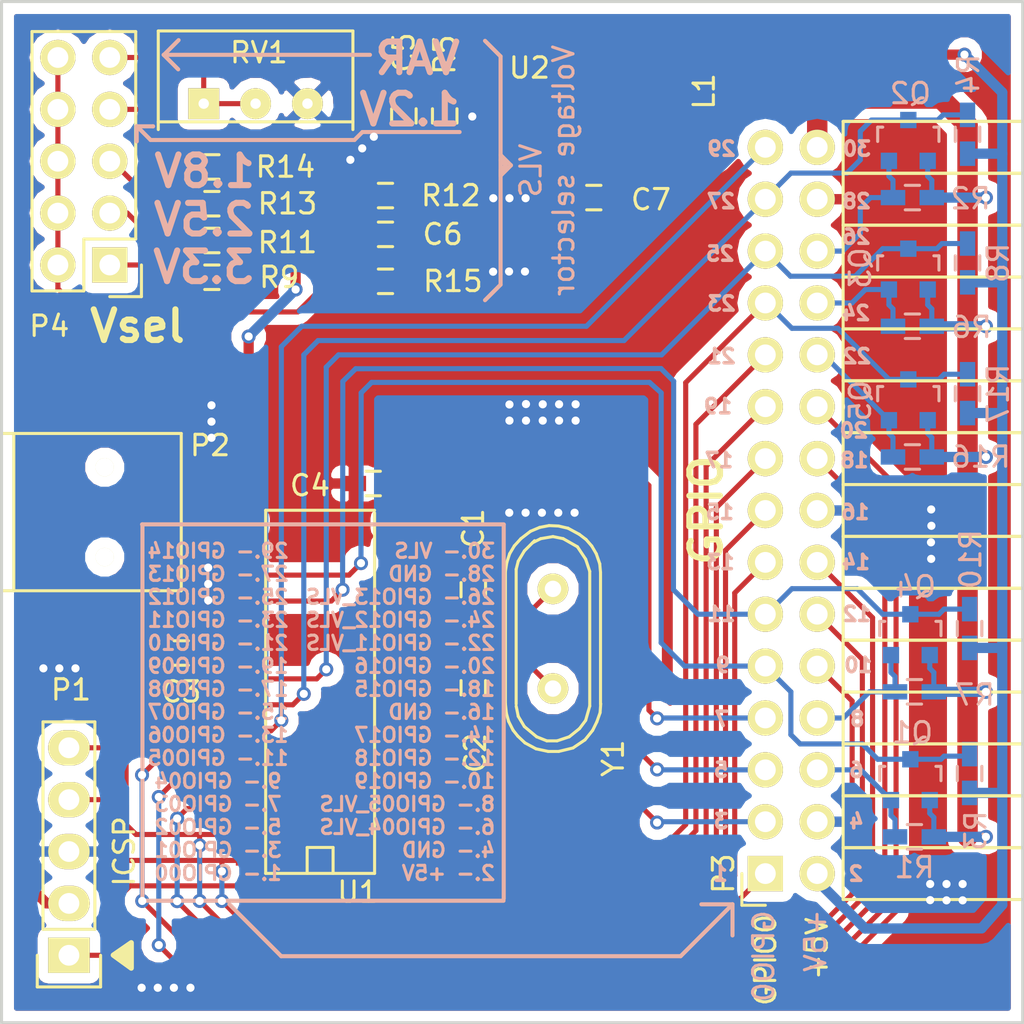
<source format=kicad_pcb>
(kicad_pcb (version 4) (host pcbnew 4.0.4-stable)
  (title_block (title "Access B PCB") (date 2015-11-19) (company "Omar Trevizo"))
  (layers (0 F.Cu signal hide) (31 B.Cu signal hide) (34 B.Paste user) (35 F.Paste user) (36 B.SilkS user) (37 F.SilkS user) (38 B.Mask user) (39 F.Mask user) (44 Edge.Cuts user))
  (net 0 "")
  (net 1 "Net-(C1-Pad1)")
  (net 2 GND)
  (net 3 "Net-(C2-Pad1)")
  (net 4 +5V)
  (net 5 "Net-(C4-Pad1)")
  (net 6 "Net-(C6-Pad1)")
  (net 7 "Net-(C6-Pad2)")
  (net 8 "/AccessB Voltage Level Shifter/VLS")
  (net 9 "Net-(L1-Pad1)")
  (net 10 /GPIO0/RE3)
  (net 11 /GPIO19/RB7)
  (net 12 /GPIO18/RB6)
  (net 13 /D-/RC4)
  (net 14 /D+/RC5)
  (net 15 "Net-(P2-Pad4)")
  (net 16 /GPIO1/RC0)
  (net 17 /GPIO2/RC1)
  (net 18 /GPIO3/RC2)
  (net 19 "/AccessB Voltage Level Shifter/GPIO4/RC6")
  (net 20 "/AccessB Voltage Level Shifter/GPIO5/RC7")
  (net 21 "/AccessB Voltage Level Shifter/GPIO13/RB1_VLS")
  (net 22 /GPIO6/RA0)
  (net 23 "/AccessB Voltage Level Shifter/GPIO12/RB0_VLS")
  (net 24 /GPIO7/RA1)
  (net 25 "/AccessB Voltage Level Shifter/GPIO11/RA5_VLS")
  (net 26 /GPIO8/RA2)
  (net 27 "/AccessB Voltage Level Shifter/GPIO5/RC7_VLS")
  (net 28 /GPIO9/RA3)
  (net 29 "/AccessB Voltage Level Shifter/GPIO4/RC6_VLS")
  (net 30 /GPIO10/RA4)
  (net 31 "/AccessB Voltage Level Shifter/GPIO11/RA5")
  (net 32 "/AccessB Voltage Level Shifter/GPIO12/RB0")
  (net 33 /GPIO17/RB5)
  (net 34 "/AccessB Voltage Level Shifter/GPIO13/RB1")
  (net 35 /GPIO15/RB3)
  (net 36 /GPIO14/RB2)
  (net 37 /GPIO16/RB4)
  (net 38 "Net-(P4-Pad1)")
  (net 39 "Net-(P4-Pad3)")
  (net 40 "Net-(P4-Pad5)")
  (net 41 "Net-(P4-Pad7)")
  (net 42 "Net-(P4-Pad9)")
  (net 43 "Net-(R5-Pad2)")
  (module Capacitors_SMD:C_0603_HandSoldering (layer F.Cu) (at 159.7 91.9 90)
    (fp_text reference C1 (at 3 0 90) (layer F.SilkS))
    (fp_text value 20pF)
    (pad 1 smd rect (at -0.95 0 90) (size 1.2 0.75) (layers F.Cu F.Paste F.Mask) (net 1 "Net-(C1-Pad1)"))
    (pad 2 smd rect (at 0.95 0 90) (size 1.2 0.75) (layers F.Cu F.Paste F.Mask) (net 2 GND))
  )
  (module Capacitors_SMD:C_0603_HandSoldering (layer F.Cu) (at 159.7 96.7 270)
    (fp_text reference C2 (at 3.2 -0.1 270) (layer F.SilkS))
    (fp_text value 20pF)
    (pad 1 smd rect (at -0.95 0 270) (size 1.2 0.75) (layers F.Cu F.Paste F.Mask) (net 3 "Net-(C2-Pad1)"))
    (pad 2 smd rect (at 0.95 0 270) (size 1.2 0.75) (layers F.Cu F.Paste F.Mask) (net 2 GND))
  )
  (module Capacitors_SMD:C_0603_HandSoldering (layer F.Cu) (at 145.4 95 180)
    (fp_text reference C3 (at 0 -1.9 180) (layer F.SilkS))
    (fp_text value 10uF)
    (pad 1 smd rect (at -0.95 0 180) (size 1.2 0.75) (layers F.Cu F.Paste F.Mask) (net 4 +5V))
    (pad 2 smd rect (at 0.95 0 180) (size 1.2 0.75) (layers F.Cu F.Paste F.Mask) (net 2 GND))
  )
  (module Capacitors_SMD:C_0603_HandSoldering (layer F.Cu) (at 154.8 86.7 180)
    (fp_text reference C4 (at 3.1 -0.1 180) (layer F.SilkS))
    (fp_text value 470pF)
    (pad 1 smd rect (at -0.95 0 180) (size 1.2 0.75) (layers F.Cu F.Paste F.Mask) (net 5 "Net-(C4-Pad1)"))
    (pad 2 smd rect (at 0.95 0 180) (size 1.2 0.75) (layers F.Cu F.Paste F.Mask) (net 2 GND))
  )
  (module Capacitors_SMD:C_0603_HandSoldering (layer F.Cu) (at 156.3 68.7 270)
    (fp_text reference C5 (at -3.1 0 270) (layer F.SilkS))
    (fp_text value 4.7uF)
    (pad 1 smd rect (at -0.95 0 270) (size 1.2 0.75) (layers F.Cu F.Paste F.Mask) (net 4 +5V))
    (pad 2 smd rect (at 0.95 0 270) (size 1.2 0.75) (layers F.Cu F.Paste F.Mask) (net 2 GND))
  )
  (module Capacitors_SMD:C_0603_HandSoldering (layer F.Cu) (at 155.4 74.5 180)
    (fp_text reference C6 (at -2.8 0 180) (layer F.SilkS))
    (fp_text value 33pF)
    (pad 1 smd rect (at -0.95 0 180) (size 1.2 0.75) (layers F.Cu F.Paste F.Mask) (net 6 "Net-(C6-Pad1)"))
    (pad 2 smd rect (at 0.95 0 180) (size 1.2 0.75) (layers F.Cu F.Paste F.Mask) (net 7 "Net-(C6-Pad2)"))
  )
  (module Capacitors_SMD:C_0603_HandSoldering (layer F.Cu) (at 165.6 72.7 180)
    (fp_text reference C7 (at -2.8 -0.1 180) (layer F.SilkS))
    (fp_text value 4.7uF)
    (pad 1 smd rect (at -0.95 0 180) (size 1.2 0.75) (layers F.Cu F.Paste F.Mask) (net 8 "/AccessB Voltage Level Shifter/VLS"))
    (pad 2 smd rect (at 0.95 0 180) (size 1.2 0.75) (layers F.Cu F.Paste F.Mask) (net 2 GND))
  )
  (module Pin_Headers:Pin_Header_Straight_1x05 (layer F.Cu) (at 139.9 109.8 180)
    (fp_text reference P1 (at -0.1 13 180) (layer F.SilkS))
    (fp_text value ICSP (at -2.71 5.09 270) (layer F.SilkS))
    (pad 1 thru_hole rect (at 0 0 180) (size 2.032 1.7272) (drill 1.016) (layers *.Cu *.Mask F.SilkS) (net 10 /GPIO0/RE3))
    (pad 2 thru_hole oval (at 0 2.54 180) (size 2.032 1.7272) (drill 1.016) (layers *.Cu *.Mask F.SilkS) (net 4 +5V))
    (pad 3 thru_hole oval (at 0 5.08 180) (size 2.032 1.7272) (drill 1.016) (layers *.Cu *.Mask F.SilkS) (net 2 GND))
    (pad 4 thru_hole oval (at 0 7.62 180) (size 2.032 1.7272) (drill 1.016) (layers *.Cu *.Mask F.SilkS) (net 11 /GPIO19/RB7))
    (pad 5 thru_hole oval (at 0 10.16 180) (size 2.032 1.7272) (drill 1.016) (layers *.Cu *.Mask F.SilkS) (net 12 /GPIO18/RB6))
  )
  (module Connect:USB_Mini-B (layer F.Cu) (at 140.8 88.1)
    (fp_text reference P2 (at 6.012 -3.264) (layer F.SilkS))
    (fp_text value USB_OTG)
    (pad 1 smd rect (at 3.44932 -1.6002) (size 2.30124 0.50038) (layers F.Cu F.Paste F.Mask) (net 4 +5V))
    (pad 2 smd rect (at 3.44932 -0.8001) (size 2.30124 0.50038) (layers F.Cu F.Paste F.Mask) (net 13 /D-/RC4))
    (pad 3 smd rect (at 3.44932 0) (size 2.30124 0.50038) (layers F.Cu F.Paste F.Mask) (net 14 /D+/RC5))
    (pad 4 smd rect (at 3.44932 0.8001) (size 2.30124 0.50038) (layers F.Cu F.Paste F.Mask) (net 15 "Net-(P2-Pad4)"))
    (pad 5 smd rect (at 3.44932 1.6002) (size 2.30124 0.50038) (layers F.Cu F.Paste F.Mask) (net 2 GND))
    (pad 6 smd rect (at 3.35026 -4.45008) (size 2.49936 1.99898) (layers F.Cu F.Paste F.Mask) (net 2 GND))
    (pad 6 smd rect (at -2.14884 -4.45008) (size 2.49936 1.99898) (layers F.Cu F.Paste F.Mask) (net 2 GND))
    (pad 6 smd rect (at 3.35026 4.45008) (size 2.49936 1.99898) (layers F.Cu F.Paste F.Mask) (net 2 GND))
    (pad 6 smd rect (at -2.14884 4.45008) (size 2.49936 1.99898) (layers F.Cu F.Paste F.Mask) (net 2 GND))
    (pad "" np_thru_hole circle (at 0.8509 -2.19964) (size 0.89916 0.89916) (drill 0.89916) (layers *.Cu *.Mask F.SilkS))
    (pad "" np_thru_hole circle (at 0.8509 2.19964) (size 0.89916 0.89916) (drill 0.89916) (layers *.Cu *.Mask F.SilkS))
  )
  (module Socket_Strips:Socket_Strip_Angled_2x15 (layer F.Cu) (at 174 105.8 90)
    (fp_text reference P3 (at 0 -2.05 90) (layer F.SilkS))
    (fp_text value GPIO)
    (pad 1 thru_hole rect (at 0 0 90) (size 1.7272 1.7272) (drill 1.016) (layers *.Cu *.Mask F.SilkS) (net 10 /GPIO0/RE3))
    (pad 2 thru_hole oval (at 0 2.54 90) (size 1.7272 1.7272) (drill 1.016) (layers *.Cu *.Mask F.SilkS) (net 4 +5V))
    (pad 3 thru_hole oval (at 2.54 0 90) (size 1.7272 1.7272) (drill 1.016) (layers *.Cu *.Mask F.SilkS) (net 16 /GPIO1/RC0))
    (pad 4 thru_hole oval (at 2.54 2.54 90) (size 1.7272 1.7272) (drill 1.016) (layers *.Cu *.Mask F.SilkS) (net 2 GND))
    (pad 5 thru_hole oval (at 5.08 0 90) (size 1.7272 1.7272) (drill 1.016) (layers *.Cu *.Mask F.SilkS) (net 17 /GPIO2/RC1))
    (pad 6 thru_hole oval (at 5.08 2.54 90) (size 1.7272 1.7272) (drill 1.016) (layers *.Cu *.Mask F.SilkS) (net 29 "/AccessB Voltage Level Shifter/GPIO4/RC6_VLS"))
    (pad 7 thru_hole oval (at 7.62 0 90) (size 1.7272 1.7272) (drill 1.016) (layers *.Cu *.Mask F.SilkS) (net 18 /GPIO3/RC2))
    (pad 8 thru_hole oval (at 7.62 2.54 90) (size 1.7272 1.7272) (drill 1.016) (layers *.Cu *.Mask F.SilkS) (net 27 "/AccessB Voltage Level Shifter/GPIO5/RC7_VLS"))
    (pad 9 thru_hole oval (at 10.16 0 90) (size 1.7272 1.7272) (drill 1.016) (layers *.Cu *.Mask F.SilkS) (net 19 "/AccessB Voltage Level Shifter/GPIO4/RC6"))
    (pad 10 thru_hole oval (at 10.16 2.54 90) (size 1.7272 1.7272) (drill 1.016) (layers *.Cu *.Mask F.SilkS) (net 11 /GPIO19/RB7))
    (pad 11 thru_hole oval (at 12.7 0 90) (size 1.7272 1.7272) (drill 1.016) (layers *.Cu *.Mask F.SilkS) (net 20 "/AccessB Voltage Level Shifter/GPIO5/RC7"))
    (pad 12 thru_hole oval (at 12.7 2.54 90) (size 1.7272 1.7272) (drill 1.016) (layers *.Cu *.Mask F.SilkS) (net 12 /GPIO18/RB6))
    (pad 13 thru_hole oval (at 15.24 0 90) (size 1.7272 1.7272) (drill 1.016) (layers *.Cu *.Mask F.SilkS) (net 22 /GPIO6/RA0))
    (pad 14 thru_hole oval (at 15.24 2.54 90) (size 1.7272 1.7272) (drill 1.016) (layers *.Cu *.Mask F.SilkS) (net 33 /GPIO17/RB5))
    (pad 15 thru_hole oval (at 17.78 0 90) (size 1.7272 1.7272) (drill 1.016) (layers *.Cu *.Mask F.SilkS) (net 24 /GPIO7/RA1))
    (pad 16 thru_hole oval (at 17.78 2.54 90) (size 1.7272 1.7272) (drill 1.016) (layers *.Cu *.Mask F.SilkS) (net 2 GND))
    (pad 17 thru_hole oval (at 20.32 0 90) (size 1.7272 1.7272) (drill 1.016) (layers *.Cu *.Mask F.SilkS) (net 26 /GPIO8/RA2))
    (pad 18 thru_hole oval (at 20.32 2.54 90) (size 1.7272 1.7272) (drill 1.016) (layers *.Cu *.Mask F.SilkS) (net 35 /GPIO15/RB3))
    (pad 19 thru_hole oval (at 22.86 0 90) (size 1.7272 1.7272) (drill 1.016) (layers *.Cu *.Mask F.SilkS) (net 28 /GPIO9/RA3))
    (pad 20 thru_hole oval (at 22.86 2.54 90) (size 1.7272 1.7272) (drill 1.016) (layers *.Cu *.Mask F.SilkS) (net 37 /GPIO16/RB4))
    (pad 21 thru_hole oval (at 25.4 0 90) (size 1.7272 1.7272) (drill 1.016) (layers *.Cu *.Mask F.SilkS) (net 30 /GPIO10/RA4))
    (pad 22 thru_hole oval (at 25.4 2.54 90) (size 1.7272 1.7272) (drill 1.016) (layers *.Cu *.Mask F.SilkS) (net 25 "/AccessB Voltage Level Shifter/GPIO11/RA5_VLS"))
    (pad 23 thru_hole oval (at 27.94 0 90) (size 1.7272 1.7272) (drill 1.016) (layers *.Cu *.Mask F.SilkS) (net 31 "/AccessB Voltage Level Shifter/GPIO11/RA5"))
    (pad 24 thru_hole oval (at 27.94 2.54 90) (size 1.7272 1.7272) (drill 1.016) (layers *.Cu *.Mask F.SilkS) (net 23 "/AccessB Voltage Level Shifter/GPIO12/RB0_VLS"))
    (pad 25 thru_hole oval (at 30.48 0 90) (size 1.7272 1.7272) (drill 1.016) (layers *.Cu *.Mask F.SilkS) (net 32 "/AccessB Voltage Level Shifter/GPIO12/RB0"))
    (pad 26 thru_hole oval (at 30.48 2.54 90) (size 1.7272 1.7272) (drill 1.016) (layers *.Cu *.Mask F.SilkS) (net 21 "/AccessB Voltage Level Shifter/GPIO13/RB1_VLS"))
    (pad 27 thru_hole oval (at 33.02 0 90) (size 1.7272 1.7272) (drill 1.016) (layers *.Cu *.Mask F.SilkS) (net 34 "/AccessB Voltage Level Shifter/GPIO13/RB1"))
    (pad 28 thru_hole oval (at 33.02 2.54 90) (size 1.7272 1.7272) (drill 1.016) (layers *.Cu *.Mask F.SilkS) (net 2 GND))
    (pad 29 thru_hole oval (at 35.56 0 90) (size 1.7272 1.7272) (drill 1.016) (layers *.Cu *.Mask F.SilkS) (net 36 /GPIO14/RB2))
    (pad 30 thru_hole oval (at 35.56 2.54 90) (size 1.7272 1.7272) (drill 1.016) (layers *.Cu *.Mask F.SilkS) (net 8 "/AccessB Voltage Level Shifter/VLS"))
  )
  (module Pin_Headers:Pin_Header_Straight_2x05 (layer F.Cu) (at 141.9 76 180)
    (fp_text reference P4 (at 2.962 -2.994 180) (layer F.SilkS))
    (fp_text value Vsel)
    (pad 1 thru_hole rect (at 0 0 180) (size 1.7272 1.7272) (drill 1.016) (layers *.Cu *.Mask F.SilkS) (net 38 "Net-(P4-Pad1)"))
    (pad 2 thru_hole oval (at 2.54 0 180) (size 1.7272 1.7272) (drill 1.016) (layers *.Cu *.Mask F.SilkS) (net 7 "Net-(C6-Pad2)"))
    (pad 3 thru_hole oval (at 0 2.54 180) (size 1.7272 1.7272) (drill 1.016) (layers *.Cu *.Mask F.SilkS) (net 39 "Net-(P4-Pad3)"))
    (pad 4 thru_hole oval (at 2.54 2.54 180) (size 1.7272 1.7272) (drill 1.016) (layers *.Cu *.Mask F.SilkS) (net 7 "Net-(C6-Pad2)"))
    (pad 5 thru_hole oval (at 0 5.08 180) (size 1.7272 1.7272) (drill 1.016) (layers *.Cu *.Mask F.SilkS) (net 40 "Net-(P4-Pad5)"))
    (pad 6 thru_hole oval (at 2.54 5.08 180) (size 1.7272 1.7272) (drill 1.016) (layers *.Cu *.Mask F.SilkS) (net 7 "Net-(C6-Pad2)"))
    (pad 7 thru_hole oval (at 0 7.62 180) (size 1.7272 1.7272) (drill 1.016) (layers *.Cu *.Mask F.SilkS) (net 41 "Net-(P4-Pad7)"))
    (pad 8 thru_hole oval (at 2.54 7.62 180) (size 1.7272 1.7272) (drill 1.016) (layers *.Cu *.Mask F.SilkS) (net 7 "Net-(C6-Pad2)"))
    (pad 9 thru_hole oval (at 0 10.16 180) (size 1.7272 1.7272) (drill 1.016) (layers *.Cu *.Mask F.SilkS) (net 42 "Net-(P4-Pad9)"))
    (pad 10 thru_hole oval (at 2.54 10.16 180) (size 1.7272 1.7272) (drill 1.016) (layers *.Cu *.Mask F.SilkS) (net 7 "Net-(C6-Pad2)"))
  )
  (module TO_SOT_Packages_SMD:SOT-23 (layer B.Cu) (at 181.1 101.2 180)
    (fp_text reference Q1 (at -0.1 2.3 360) (layer B.SilkS) (effects (justify mirror)))
    (fp_text value BSS138)
    (pad 1 smd rect (at -0.95 -1.00076 180) (size 0.8001 0.8001) (layers B.Cu B.Paste B.Mask) (net 8 "/AccessB Voltage Level Shifter/VLS"))
    (pad 2 smd rect (at 0.95 -1.00076 180) (size 0.8001 0.8001) (layers B.Cu B.Paste B.Mask) (net 29 "/AccessB Voltage Level Shifter/GPIO4/RC6_VLS"))
    (pad 3 smd rect (at 0 0.99822 180) (size 0.8001 0.8001) (layers B.Cu B.Paste B.Mask) (net 19 "/AccessB Voltage Level Shifter/GPIO4/RC6"))
  )
  (module TO_SOT_Packages_SMD:SOT-23 (layer B.Cu) (at 181 69.9 180)
    (fp_text reference Q2 (at -0.1 2.3 360) (layer B.SilkS) (effects (justify mirror)))
    (fp_text value BSS138)
    (pad 1 smd rect (at -0.95 -1.00076 180) (size 0.8001 0.8001) (layers B.Cu B.Paste B.Mask) (net 8 "/AccessB Voltage Level Shifter/VLS"))
    (pad 2 smd rect (at 0.95 -1.00076 180) (size 0.8001 0.8001) (layers B.Cu B.Paste B.Mask) (net 21 "/AccessB Voltage Level Shifter/GPIO13/RB1_VLS"))
    (pad 3 smd rect (at 0 0.99822 180) (size 0.8001 0.8001) (layers B.Cu B.Paste B.Mask) (net 34 "/AccessB Voltage Level Shifter/GPIO13/RB1"))
  )
  (module TO_SOT_Packages_SMD:SOT-23 (layer B.Cu) (at 181 76.2 180)
    (fp_text reference Q3 (at 2.35 0.05 270) (layer B.SilkS) (effects (justify mirror)))
    (fp_text value BSS138)
    (pad 1 smd rect (at -0.95 -1.00076 180) (size 0.8001 0.8001) (layers B.Cu B.Paste B.Mask) (net 8 "/AccessB Voltage Level Shifter/VLS"))
    (pad 2 smd rect (at 0.95 -1.00076 180) (size 0.8001 0.8001) (layers B.Cu B.Paste B.Mask) (net 23 "/AccessB Voltage Level Shifter/GPIO12/RB0_VLS"))
    (pad 3 smd rect (at 0 0.99822 180) (size 0.8001 0.8001) (layers B.Cu B.Paste B.Mask) (net 32 "/AccessB Voltage Level Shifter/GPIO12/RB0"))
  )
  (module TO_SOT_Packages_SMD:SOT-23 (layer B.Cu) (at 181.1 94.1 180)
    (fp_text reference Q4 (at -0.25 2.35 360) (layer B.SilkS) (effects (justify mirror)))
    (fp_text value BSS138)
    (pad 1 smd rect (at -0.95 -1.00076 180) (size 0.8001 0.8001) (layers B.Cu B.Paste B.Mask) (net 8 "/AccessB Voltage Level Shifter/VLS"))
    (pad 2 smd rect (at 0.95 -1.00076 180) (size 0.8001 0.8001) (layers B.Cu B.Paste B.Mask) (net 27 "/AccessB Voltage Level Shifter/GPIO5/RC7_VLS"))
    (pad 3 smd rect (at 0 0.99822 180) (size 0.8001 0.8001) (layers B.Cu B.Paste B.Mask) (net 20 "/AccessB Voltage Level Shifter/GPIO5/RC7"))
  )
  (module TO_SOT_Packages_SMD:SOT-23 (layer B.Cu) (at 181 82.6 180)
    (fp_text reference Q5 (at 2.35 -0.05 270) (layer B.SilkS) (effects (justify mirror)))
    (fp_text value BSS138)
    (pad 1 smd rect (at -0.95 -1.00076 180) (size 0.8001 0.8001) (layers B.Cu B.Paste B.Mask) (net 8 "/AccessB Voltage Level Shifter/VLS"))
    (pad 2 smd rect (at 0.95 -1.00076 180) (size 0.8001 0.8001) (layers B.Cu B.Paste B.Mask) (net 25 "/AccessB Voltage Level Shifter/GPIO11/RA5_VLS"))
    (pad 3 smd rect (at 0 0.99822 180) (size 0.8001 0.8001) (layers B.Cu B.Paste B.Mask) (net 31 "/AccessB Voltage Level Shifter/GPIO11/RA5"))
  )
  (module Capacitors_SMD:C_0603_HandSoldering (layer B.Cu) (at 181.3 104 180)
    (fp_text reference R1 (at 0 -1.5 180) (layer B.SilkS) (effects (justify mirror)))
    (fp_text value 10k)
    (pad 1 smd rect (at -0.95 0 180) (size 1.2 0.75) (layers B.Cu B.Paste B.Mask) (net 8 "/AccessB Voltage Level Shifter/VLS"))
    (pad 2 smd rect (at 0.95 0 180) (size 1.2 0.75) (layers B.Cu B.Paste B.Mask) (net 29 "/AccessB Voltage Level Shifter/GPIO4/RC6_VLS"))
  )
  (module Capacitors_SMD:C_0603_HandSoldering (layer B.Cu) (at 181.2 72.7 180)
    (fp_text reference R2 (at -2.85 -0.05 180) (layer B.SilkS) (effects (justify mirror)))
    (fp_text value 10k)
    (pad 1 smd rect (at -0.95 0 180) (size 1.2 0.75) (layers B.Cu B.Paste B.Mask) (net 8 "/AccessB Voltage Level Shifter/VLS"))
    (pad 2 smd rect (at 0.95 0 180) (size 1.2 0.75) (layers B.Cu B.Paste B.Mask) (net 21 "/AccessB Voltage Level Shifter/GPIO13/RB1_VLS"))
  )
  (module Capacitors_SMD:C_0603_HandSoldering (layer B.Cu) (at 184 100.9 90)
    (fp_text reference R3 (at -2.8 0.3 90) (layer B.SilkS) (effects (justify mirror)))
    (fp_text value 10k)
    (pad 1 smd rect (at -0.95 0 90) (size 1.2 0.75) (layers B.Cu B.Paste B.Mask) (net 4 +5V))
    (pad 2 smd rect (at 0.95 0 90) (size 1.2 0.75) (layers B.Cu B.Paste B.Mask) (net 19 "/AccessB Voltage Level Shifter/GPIO4/RC6"))
  )
  (module Capacitors_SMD:C_0603_HandSoldering (layer B.Cu) (at 183.9 69.6 90)
    (fp_text reference R4 (at 2.95 0.05 90) (layer B.SilkS) (effects (justify mirror)))
    (fp_text value 10k)
    (pad 1 smd rect (at -0.95 0 90) (size 1.2 0.75) (layers B.Cu B.Paste B.Mask) (net 4 +5V))
    (pad 2 smd rect (at 0.95 0 90) (size 1.2 0.75) (layers B.Cu B.Paste B.Mask) (net 34 "/AccessB Voltage Level Shifter/GPIO13/RB1"))
  )
  (module Capacitors_SMD:C_0603_HandSoldering (layer F.Cu) (at 158.3 68.7 270)
    (fp_text reference R5 (at -3 0 270) (layer F.SilkS))
    (fp_text value 499k)
    (pad 1 smd rect (at -0.95 0 270) (size 1.2 0.75) (layers F.Cu F.Paste F.Mask) (net 4 +5V))
    (pad 2 smd rect (at 0.95 0 270) (size 1.2 0.75) (layers F.Cu F.Paste F.Mask) (net 43 "Net-(R5-Pad2)"))
  )
  (module Capacitors_SMD:C_0603_HandSoldering (layer B.Cu) (at 181.2 79 180)
    (fp_text reference R6 (at -2.9 -0.05 180) (layer B.SilkS) (effects (justify mirror)))
    (fp_text value 10k)
    (pad 1 smd rect (at -0.95 0 180) (size 1.2 0.75) (layers B.Cu B.Paste B.Mask) (net 8 "/AccessB Voltage Level Shifter/VLS"))
    (pad 2 smd rect (at 0.95 0 180) (size 1.2 0.75) (layers B.Cu B.Paste B.Mask) (net 23 "/AccessB Voltage Level Shifter/GPIO12/RB0_VLS"))
  )
  (module Capacitors_SMD:C_0603_HandSoldering (layer B.Cu) (at 181.3 96.9 180)
    (fp_text reference R7 (at -2.95 -0.15 180) (layer B.SilkS) (effects (justify mirror)))
    (fp_text value 10k)
    (pad 1 smd rect (at -0.95 0 180) (size 1.2 0.75) (layers B.Cu B.Paste B.Mask) (net 8 "/AccessB Voltage Level Shifter/VLS"))
    (pad 2 smd rect (at 0.95 0 180) (size 1.2 0.75) (layers B.Cu B.Paste B.Mask) (net 27 "/AccessB Voltage Level Shifter/GPIO5/RC7_VLS"))
  )
  (module Capacitors_SMD:C_0603_HandSoldering (layer B.Cu) (at 183.9 75.9 90)
    (fp_text reference R8 (at 0 1.5 90) (layer B.SilkS) (effects (justify mirror)))
    (fp_text value 10k)
    (pad 1 smd rect (at -0.95 0 90) (size 1.2 0.75) (layers B.Cu B.Paste B.Mask) (net 4 +5V))
    (pad 2 smd rect (at 0.95 0 90) (size 1.2 0.75) (layers B.Cu B.Paste B.Mask) (net 32 "/AccessB Voltage Level Shifter/GPIO12/RB0"))
  )
  (module Capacitors_SMD:C_0603_HandSoldering (layer F.Cu) (at 146.9 76.6)
    (fp_text reference R9 (at 3.3 0) (layer F.SilkS))
    (fp_text value 63.4k)
    (pad 1 smd rect (at -0.95 0) (size 1.2 0.75) (layers F.Cu F.Paste F.Mask) (net 38 "Net-(P4-Pad1)"))
    (pad 2 smd rect (at 0.95 0) (size 1.2 0.75) (layers F.Cu F.Paste F.Mask) (net 2 GND))
  )
  (module Capacitors_SMD:C_0603_HandSoldering (layer B.Cu) (at 184 93.8 90)
    (fp_text reference R10 (at 3.4 0.05 90) (layer B.SilkS) (effects (justify mirror)))
    (fp_text value 10k)
    (pad 1 smd rect (at -0.95 0 90) (size 1.2 0.75) (layers B.Cu B.Paste B.Mask) (net 4 +5V))
    (pad 2 smd rect (at 0.95 0 90) (size 1.2 0.75) (layers B.Cu B.Paste B.Mask) (net 20 "/AccessB Voltage Level Shifter/GPIO5/RC7"))
  )
  (module Capacitors_SMD:C_0603_HandSoldering (layer F.Cu) (at 146.9 74.8)
    (fp_text reference R11 (at 3.7 0.1) (layer F.SilkS))
    (fp_text value 93.1k)
    (pad 1 smd rect (at -0.95 0) (size 1.2 0.75) (layers F.Cu F.Paste F.Mask) (net 39 "Net-(P4-Pad3)"))
    (pad 2 smd rect (at 0.95 0) (size 1.2 0.75) (layers F.Cu F.Paste F.Mask) (net 2 GND))
  )
  (module Capacitors_SMD:C_0603_HandSoldering (layer F.Cu) (at 155.4 72.6 180)
    (fp_text reference R12 (at -3.2 0 180) (layer F.SilkS))
    (fp_text value 200k)
    (pad 1 smd rect (at -0.95 0 180) (size 1.2 0.75) (layers F.Cu F.Paste F.Mask) (net 8 "/AccessB Voltage Level Shifter/VLS"))
    (pad 2 smd rect (at 0.95 0 180) (size 1.2 0.75) (layers F.Cu F.Paste F.Mask) (net 7 "Net-(C6-Pad2)"))
  )
  (module Capacitors_SMD:C_0603_HandSoldering (layer F.Cu) (at 146.9 73)
    (fp_text reference R13 (at 3.7 0) (layer F.SilkS))
    (fp_text value 160k)
    (pad 1 smd rect (at -0.95 0) (size 1.2 0.75) (layers F.Cu F.Paste F.Mask) (net 40 "Net-(P4-Pad5)"))
    (pad 2 smd rect (at 0.95 0) (size 1.2 0.75) (layers F.Cu F.Paste F.Mask) (net 2 GND))
  )
  (module Capacitors_SMD:C_0603_HandSoldering (layer F.Cu) (at 146.9 71.2)
    (fp_text reference R14 (at 3.6 0) (layer F.SilkS))
    (fp_text value 402k)
    (pad 1 smd rect (at -0.95 0) (size 1.2 0.75) (layers F.Cu F.Paste F.Mask) (net 41 "Net-(P4-Pad7)"))
    (pad 2 smd rect (at 0.95 0) (size 1.2 0.75) (layers F.Cu F.Paste F.Mask) (net 2 GND))
  )
  (module Capacitors_SMD:C_0603_HandSoldering (layer F.Cu) (at 155.4 76.8 180)
    (fp_text reference R15 (at -3.3 0 180) (layer F.SilkS))
    (fp_text value 4.99k)
    (pad 1 smd rect (at -0.95 0 180) (size 1.2 0.75) (layers F.Cu F.Paste F.Mask) (net 8 "/AccessB Voltage Level Shifter/VLS"))
    (pad 2 smd rect (at 0.95 0 180) (size 1.2 0.75) (layers F.Cu F.Paste F.Mask) (net 6 "Net-(C6-Pad1)"))
  )
  (module Capacitors_SMD:C_0603_HandSoldering (layer B.Cu) (at 181.2 85.4 180)
    (fp_text reference R16 (at -3.35 0 180) (layer B.SilkS) (effects (justify mirror)))
    (fp_text value 10k)
    (pad 1 smd rect (at -0.95 0 180) (size 1.2 0.75) (layers B.Cu B.Paste B.Mask) (net 8 "/AccessB Voltage Level Shifter/VLS"))
    (pad 2 smd rect (at 0.95 0 180) (size 1.2 0.75) (layers B.Cu B.Paste B.Mask) (net 25 "/AccessB Voltage Level Shifter/GPIO11/RA5_VLS"))
  )
  (module Capacitors_SMD:C_0603_HandSoldering (layer B.Cu) (at 183.9 82.3 90)
    (fp_text reference R17 (at 0 1.5 90) (layer B.SilkS) (effects (justify mirror)))
    (fp_text value 10k)
    (pad 1 smd rect (at -0.95 0 90) (size 1.2 0.75) (layers B.Cu B.Paste B.Mask) (net 4 +5V))
    (pad 2 smd rect (at 0.95 0 90) (size 1.2 0.75) (layers B.Cu B.Paste B.Mask) (net 31 "/AccessB Voltage Level Shifter/GPIO11/RA5"))
  )
  (module Potentiometers:Potentiometer_Trimmer-Suntan-TSR-3386C (layer F.Cu) (at 146.5 68.1)
    (fp_text reference RV1 (at 2.7 -2.5) (layer F.SilkS))
    (fp_text value 16M)
    (pad 3 thru_hole circle (at 5.08 0) (size 1.51 1.51) (drill 0.51) (layers *.Cu *.Mask F.SilkS) (net 2 GND))
    (pad 1 thru_hole rect (at 0 0) (size 1.51 1.51) (drill 0.51) (layers *.Cu *.Mask F.SilkS) (net 42 "Net-(P4-Pad9)"))
    (pad 2 thru_hole circle (at 2.54 0) (size 1.51 1.51) (drill 0.51) (layers *.Cu *.Mask F.SilkS) (net 42 "Net-(P4-Pad9)"))
  )
  (module SMD_Packages:SOIC-28 (layer F.Cu) (at 152.2 96.9 90)
    (fp_text reference U1 (at -9.8 1.85 360) (layer F.SilkS))
    (fp_text value "PIC18(L)F2550-I/SO")
    (pad 1 smd rect (at -8.255 3.556 90) (size 0.508 1.143) (layers F.Cu F.Paste F.Mask) (net 10 /GPIO0/RE3))
    (pad 2 smd rect (at -6.985 3.556 90) (size 0.508 1.143) (layers F.Cu F.Paste F.Mask) (net 22 /GPIO6/RA0))
    (pad 3 smd rect (at -5.715 3.556 90) (size 0.508 1.143) (layers F.Cu F.Paste F.Mask) (net 24 /GPIO7/RA1))
    (pad 4 smd rect (at -4.445 3.556 90) (size 0.508 1.143) (layers F.Cu F.Paste F.Mask) (net 26 /GPIO8/RA2))
    (pad 5 smd rect (at -3.175 3.556 90) (size 0.508 1.143) (layers F.Cu F.Paste F.Mask) (net 28 /GPIO9/RA3))
    (pad 6 smd rect (at -1.905 3.556 90) (size 0.508 1.143) (layers F.Cu F.Paste F.Mask) (net 30 /GPIO10/RA4))
    (pad 7 smd rect (at -0.635 3.556 90) (size 0.508 1.143) (layers F.Cu F.Paste F.Mask) (net 31 "/AccessB Voltage Level Shifter/GPIO11/RA5"))
    (pad 8 smd rect (at 0.635 3.556 90) (size 0.508 1.143) (layers F.Cu F.Paste F.Mask) (net 2 GND))
    (pad 9 smd rect (at 1.905 3.556 90) (size 0.508 1.143) (layers F.Cu F.Paste F.Mask) (net 3 "Net-(C2-Pad1)"))
    (pad 10 smd rect (at 3.175 3.556 90) (size 0.508 1.143) (layers F.Cu F.Paste F.Mask) (net 1 "Net-(C1-Pad1)"))
    (pad 11 smd rect (at 4.445 3.556 90) (size 0.508 1.143) (layers F.Cu F.Paste F.Mask) (net 16 /GPIO1/RC0))
    (pad 12 smd rect (at 5.715 3.556 90) (size 0.508 1.143) (layers F.Cu F.Paste F.Mask) (net 17 /GPIO2/RC1))
    (pad 13 smd rect (at 6.985 3.556 90) (size 0.508 1.143) (layers F.Cu F.Paste F.Mask) (net 18 /GPIO3/RC2))
    (pad 14 smd rect (at 8.255 3.556 90) (size 0.508 1.143) (layers F.Cu F.Paste F.Mask) (net 5 "Net-(C4-Pad1)"))
    (pad 15 smd rect (at 8.255 -3.556 90) (size 0.508 1.143) (layers F.Cu F.Paste F.Mask) (net 13 /D-/RC4))
    (pad 16 smd rect (at 6.985 -3.556 90) (size 0.508 1.143) (layers F.Cu F.Paste F.Mask) (net 14 /D+/RC5))
    (pad 17 smd rect (at 5.715 -3.556 90) (size 0.508 1.143) (layers F.Cu F.Paste F.Mask) (net 19 "/AccessB Voltage Level Shifter/GPIO4/RC6"))
    (pad 18 smd rect (at 4.445 -3.556 90) (size 0.508 1.143) (layers F.Cu F.Paste F.Mask) (net 20 "/AccessB Voltage Level Shifter/GPIO5/RC7"))
    (pad 19 smd rect (at 3.175 -3.556 90) (size 0.508 1.143) (layers F.Cu F.Paste F.Mask) (net 2 GND))
    (pad 20 smd rect (at 1.905 -3.556 90) (size 0.508 1.143) (layers F.Cu F.Paste F.Mask) (net 4 +5V))
    (pad 21 smd rect (at 0.635 -3.556 90) (size 0.508 1.143) (layers F.Cu F.Paste F.Mask) (net 32 "/AccessB Voltage Level Shifter/GPIO12/RB0"))
    (pad 22 smd rect (at -0.635 -3.556 90) (size 0.508 1.143) (layers F.Cu F.Paste F.Mask) (net 34 "/AccessB Voltage Level Shifter/GPIO13/RB1"))
    (pad 23 smd rect (at -1.905 -3.556 90) (size 0.508 1.143) (layers F.Cu F.Paste F.Mask) (net 36 /GPIO14/RB2))
    (pad 24 smd rect (at -3.175 -3.556 90) (size 0.508 1.143) (layers F.Cu F.Paste F.Mask) (net 35 /GPIO15/RB3))
    (pad 25 smd rect (at -4.445 -3.556 90) (size 0.508 1.143) (layers F.Cu F.Paste F.Mask) (net 37 /GPIO16/RB4))
    (pad 26 smd rect (at -5.715 -3.556 90) (size 0.508 1.143) (layers F.Cu F.Paste F.Mask) (net 33 /GPIO17/RB5))
    (pad 27 smd rect (at -6.985 -3.556 90) (size 0.508 1.143) (layers F.Cu F.Paste F.Mask) (net 12 /GPIO18/RB6))
    (pad 28 smd rect (at -8.255 -3.556 90) (size 0.508 1.143) (layers F.Cu F.Paste F.Mask) (net 11 /GPIO19/RB7))
  )
  (module AccessB:5-TSOT (layer F.Cu) (at 164.4 67.5 270)
    (fp_text reference U2 (at -1.15 1.95 540) (layer F.SilkS))
    (fp_text value MCP1603BT-ADJI/OS)
    (pad 5 smd rect (at 0.3 0.55 270) (size 0.6 1.1) (layers F.Cu F.Paste F.Mask) (net 9 "Net-(L1-Pad1)"))
    (pad 4 smd rect (at 2.2 0.55 270) (size 0.6 1.1) (layers F.Cu F.Paste F.Mask) (net 7 "Net-(C6-Pad2)"))
    (pad 1 smd rect (at 0.3 3.35 270) (size 0.6 1.1) (layers F.Cu F.Paste F.Mask) (net 4 +5V))
    (pad 2 smd rect (at 1.25 3.35 270) (size 0.6 1.1) (layers F.Cu F.Paste F.Mask) (net 2 GND))
    (pad 3 smd rect (at 2.2 3.35 270) (size 0.6 1.1) (layers F.Cu F.Paste F.Mask) (net 43 "Net-(R5-Pad2)"))
  )
  (module Crystals:Crystal_HC49-U_Vertical (layer F.Cu) (at 163.6 94.3 90)
    (fp_text reference Y1 (at -5.85 2.95 90) (layer F.SilkS))
    (fp_text value 4MHz)
    (pad 1 thru_hole circle (at -2.44094 0 90) (size 1.50114 1.50114) (drill 0.8001) (layers *.Cu *.Mask F.SilkS) (net 3 "Net-(C2-Pad1)"))
    (pad 2 thru_hole circle (at 2.44094 0 90) (size 1.50114 1.50114) (drill 0.8001) (layers *.Cu *.Mask F.SilkS) (net 1 "Net-(C1-Pad1)"))
  )
  (module AccessB:Inductor_NR4018_SMD_footprint (layer F.Cu) (at 169.7 67.2 270)
    (fp_text reference L1 (at 0.3 -1.3 270) (layer F.SilkS))
    (fp_text value 4.7uH)
    (pad 1 smd rect (at 0.6 1.84 270) (size 1.2 3.7) (layers F.Cu F.Paste F.Mask) (net 9 "Net-(L1-Pad1)"))
    (pad 2 smd rect (at 3.4 1.84 270) (size 1.2 3.7) (layers F.Cu F.Paste F.Mask) (net 8 "/AccessB Voltage Level Shifter/VLS"))
  )
  (module Mounting_Holes:MountingHole_2.2mm_M2 (layer F.Cu) (at 219.36 65.06)
    (fp_text reference REF** (at 0 -3.2) (layer F.SilkS))
    (fp_text value MountingHole_2.2mm_M2)
    (pad 1 np_thru_hole circle (at 0 0) (size 2.2 2.2) (drill 2.2) (layers *.Cu *.Mask F.SilkS))
  )
  (gr_text 2 (at 178.43 105.811862) (layer B.SilkS) (effects (font (size 0.7 0.7) (thickness 0.175)) (justify mirror)))
  (gr_text 6 (at 178.46 100.731862) (layer B.SilkS) (effects (font (size 0.7 0.7) (thickness 0.175)) (justify mirror)))
  (gr_text 8 (at 178.5 98.231862) (layer B.SilkS) (effects (font (size 0.7 0.7) (thickness 0.175)) (justify mirror)))
  (gr_text 4 (at 178.46 103.241862) (layer B.SilkS) (effects (font (size 0.7 0.7) (thickness 0.175)) (justify mirror)))
  (gr_text 10 (at 178.55 95.591862) (layer B.SilkS) (effects (font (size 0.7 0.7) (thickness 0.175)) (justify mirror)))
  (gr_text 18 (at 178.36 85.561862) (layer B.SilkS) (effects (font (size 0.7 0.7) (thickness 0.175)) (justify mirror)))
  (gr_text 16 (at 178.4 88.101862) (layer B.SilkS) (effects (font (size 0.7 0.7) (thickness 0.175)) (justify mirror)))
  (gr_text 14 (at 178.43 90.551862) (layer B.SilkS) (effects (font (size 0.7 0.7) (thickness 0.175)) (justify mirror)))
  (gr_text 12 (at 178.48 93.091862) (layer B.SilkS) (effects (font (size 0.7 0.7) (thickness 0.175)) (justify mirror)))
  (gr_text 20 (at 178.33 84.11) (layer B.SilkS) (effects (font (size 0.7 0.7) (thickness 0.175)) (justify mirror)))
  (gr_text 22 (at 178.48 80.471862) (layer B.SilkS) (effects (font (size 0.7 0.7) (thickness 0.175)) (justify mirror)))
  (gr_text 24 (at 178.43 78.36) (layer B.SilkS) (effects (font (size 0.7 0.7) (thickness 0.175)) (justify mirror)))
  (gr_text 28 (at 178.46 72.881862) (layer B.SilkS) (effects (font (size 0.7 0.7) (thickness 0.175)) (justify mirror)))
  (gr_text 30 (at 178.48 70.311862) (layer B.SilkS) (effects (font (size 0.7 0.7) (thickness 0.175)) (justify mirror)))
  (gr_text 26 (at 178.45 74.62) (layer B.SilkS) (effects (font (size 0.7 0.7) (thickness 0.175)) (justify mirror)))
  (gr_text 1 (at 171.8 105.811862) (layer B.SilkS) (effects (font (size 0.7 0.7) (thickness 0.175)) (justify mirror)))
  (gr_text 3 (at 171.83 103.241862) (layer B.SilkS) (effects (font (size 0.7 0.7) (thickness 0.175)) (justify mirror)))
  (gr_text 5 (at 171.83 100.731862) (layer B.SilkS) (effects (font (size 0.7 0.7) (thickness 0.175)) (justify mirror)))
  (gr_text 7 (at 171.87 98.231862) (layer B.SilkS) (effects (font (size 0.7 0.7) (thickness 0.175)) (justify mirror)))
  (gr_text 9 (at 171.92 95.591862) (layer B.SilkS) (effects (font (size 0.7 0.7) (thickness 0.175)) (justify mirror)))
  (gr_text 11 (at 171.85 93.091862) (layer B.SilkS) (effects (font (size 0.7 0.7) (thickness 0.175)) (justify mirror)))
  (gr_text 13 (at 171.8 90.551862) (layer B.SilkS) (effects (font (size 0.7 0.7) (thickness 0.175)) (justify mirror)))
  (gr_text 15 (at 171.77 88.101862) (layer B.SilkS) (effects (font (size 0.7 0.7) (thickness 0.175)) (justify mirror)))
  (gr_text 17 (at 171.73 85.561862) (layer B.SilkS) (effects (font (size 0.7 0.7) (thickness 0.175)) (justify mirror)))
  (gr_text 19 (at 171.68 82.921862) (layer B.SilkS) (effects (font (size 0.7 0.7) (thickness 0.175)) (justify mirror)))
  (gr_text 21 (at 171.85 80.471862) (layer B.SilkS) (effects (font (size 0.7 0.7) (thickness 0.175)) (justify mirror)))
  (gr_text 23 (at 171.85 77.891862) (layer B.SilkS) (effects (font (size 0.7 0.7) (thickness 0.175)) (justify mirror)))
  (gr_text 25 (at 171.78 75.451862) (layer B.SilkS) (effects (font (size 0.7 0.7) (thickness 0.175)) (justify mirror)))
  (gr_text 27 (at 171.83 72.881862) (layer B.SilkS) (effects (font (size 0.7 0.7) (thickness 0.175)) (justify mirror)))
  (gr_text 29 (at 171.85 70.311862) (layer B.SilkS) (effects (font (size 0.7 0.7) (thickness 0.175)) (justify mirror)))
  (gr_text Vsel (at 143.256 78.994) (layer F.SilkS) (effects (font (size 1.5 1.5) (thickness 0.3))))
  (gr_text +5V (at 176.456 109.082 90) (layer B.SilkS) (effects (font (size 1 1)) (justify mirror)))
  (gr_text +5V (at 176.53 109.474 90) (layer F.SilkS) (effects (font (size 1 1))))
  (gr_text GPIO0 (at 173.916 109.844 90) (layer B.SilkS) (effects (font (size 1 1)) (justify mirror)))
  (gr_line (start 161.544 71.12) (end 161.036 71.628) (angle 90) (layer B.SilkS) (width 0.2))
  (gr_line (start 161.036 70.612) (end 161.544 71.12) (angle 90) (layer B.SilkS) (width 0.2))
  (gr_line (start 161.036 71.374) (end 161.036 71.628) (angle 90) (layer B.SilkS) (width 0.2))
  (gr_line (start 161.29 71.12) (end 161.036 71.374) (angle 90) (layer B.SilkS) (width 0.2))
  (gr_line (start 161.036 70.866) (end 161.29 71.12) (angle 90) (layer B.SilkS) (width 0.2))
  (gr_text "VLS\nVoltage selector" (at 163.322 71.374 90) (layer B.SilkS) (effects (font (size 1 1)) (justify mirror)))
  (gr_line (start 161.036 76.962) (end 160.274 77.724) (angle 90) (layer B.SilkS) (width 0.2))
  (gr_line (start 161.036 76.454) (end 161.036 76.962) (angle 90) (layer B.SilkS) (width 0.2))
  (gr_line (start 161.036 65.786) (end 161.036 76.454) (angle 90) (layer B.SilkS) (width 0.2))
  (gr_line (start 160.274 65.024) (end 161.036 65.786) (angle 90) (layer B.SilkS) (width 0.2))
  (gr_line (start 172.392 107.304) (end 169.852 109.844) (angle 90) (layer B.SilkS) (width 0.2))
  (gr_line (start 172.392 107.304) (end 172.392 108.574) (angle 90) (layer B.SilkS) (width 0.2))
  (gr_line (start 172.392 108.574) (end 172.392 108.828) (angle 90) (layer B.SilkS) (width 0.2))
  (gr_line (start 172.392 107.304) (end 170.868 107.304) (angle 90) (layer B.SilkS) (width 0.2))
  (gr_line (start 169.852 109.844) (end 150.294 109.844) (angle 90) (layer B.SilkS) (width 0.2))
  (gr_line (start 147.754 107.304) (end 150.294 109.844) (angle 90) (layer B.SilkS) (width 0.2))
  (gr_line (start 161.19 107.030234) (end 161.19 88.709902) (angle 90) (layer B.SilkS) (width 0.2))
  (gr_line (start 161.190045 88.7) (end 143.48 88.7) (angle 90) (layer B.SilkS) (width 0.2))
  (gr_line (start 143.5 88.7) (end 143.5 107.093721) (angle 90) (layer B.SilkS) (width 0.2))
  (gr_line (start 143.44 107.13) (end 161.180025 107.13) (angle 90) (layer B.SilkS) (width 0.2))
  (gr_text "30.- VLS\n28.- GND\n26.- GPIO13_VLS\n24.- GPIO12_VLS\n22.- GPIO11_VLS\n20.- GPIO16\n18.- GPIO15\n16.- GND\n14.- GPIO17\n12.- GPIO18\n10.- GPIO19\n8.- GPIO05_VLS\n6.- GPIO04_VLS\n4.- GND\n2.- +5V" (at 160.85 97.89) (layer B.SilkS) (effects (font (size 0.7 0.7)) (justify left mirror)))
  (gr_text "29.- GPIO14\n27.- GPIO13\n25.- GPIO12\n23.- GPIO11\n21.- GPIO10\n19.- GPIO09\n17.- GPIO08\n15.- GPIO07\n13.- GPIO06\n11.- GPIO05\n9.- GPIO04\n7.- GPIO03\n5.- GPIO02\n3.- GPIO01\n1.- GPIO00" (at 147.2 97.89) (layer B.SilkS) (effects (font (size 0.7 0.7)) (justify mirror)))
  (gr_text GPIO0 (at 174.01 110.03 90) (layer F.SilkS) (effects (font (size 1 1))))
  (gr_text GPIO (at 171.1 88.01 90) (layer F.SilkS) (effects (font (size 1.5 1.5) (thickness 0.3))))
  (gr_line (start 143.22 69.2) (end 143.22 69.95) (angle 90) (layer B.SilkS) (width 0.2))
  (gr_line (start 144.02 69.21) (end 144.01 69.21) (angle 90) (layer B.SilkS) (width 0.2))
  (gr_line (start 143.22 69.21) (end 144.02 69.21) (angle 90) (layer B.SilkS) (width 0.2))
  (gr_line (start 143.9 69.88) (end 143.23 69.21) (angle 90) (layer B.SilkS) (width 0.2))
  (gr_line (start 144.16 69.88) (end 143.9 69.88) (angle 90) (layer B.SilkS) (width 0.2))
  (gr_line (start 144.85 69.88) (end 144.16 69.88) (angle 90) (layer B.SilkS) (width 0.2))
  (gr_line (start 153.88 69.88) (end 144.85 69.88) (angle 90) (layer B.SilkS) (width 0.2))
  (gr_line (start 154.27 69.49) (end 153.88 69.88) (angle 90) (layer B.SilkS) (width 0.2))
  (gr_line (start 159.03 69.49) (end 154.27 69.49) (angle 90) (layer B.SilkS) (width 0.2))
  (gr_line (start 144.55 65.71) (end 145.27 64.99) (angle 90) (layer B.SilkS) (width 0.2))
  (gr_line (start 144.54 65.71) (end 145.25 66.42) (angle 90) (layer B.SilkS) (width 0.2))
  (gr_line (start 154.64 65.71) (end 144.54 65.71) (angle 90) (layer B.SilkS) (width 0.2))
  (gr_text VAR (at 156.97 65.88) (layer B.SilkS) (effects (font (size 1.5 1.5) (thickness 0.3)) (justify mirror)))
  (gr_text 1.2V (at 156.59 68.39) (layer B.SilkS) (effects (font (size 1.5 1.5) (thickness 0.3)) (justify mirror)))
  (gr_text 1.8V (at 146.55 71.41) (layer B.SilkS) (effects (font (size 1.5 1.5) (thickness 0.3)) (justify mirror)))
  (gr_text 2.5V (at 146.52 73.78) (layer B.SilkS) (effects (font (size 1.5 1.5) (thickness 0.3)) (justify mirror)))
  (gr_text 3.3V (at 146.49 76.11) (layer B.SilkS) (effects (font (size 1.5 1.5) (thickness 0.3)) (justify mirror)))
  (gr_line (start 136.6 113.1) (end 136.6 63.1) (angle 90) (layer Edge.Cuts) (width 0.15))
  (gr_line (start 186.6 113.1) (end 136.6 113.1) (angle 90) (layer Edge.Cuts) (width 0.15))
  (gr_line (start 186.6 63.1) (end 186.6 113.1) (angle 90) (layer Edge.Cuts) (width 0.15))
  (gr_line (start 136.6 63.1) (end 186.6 63.1) (angle 90) (layer Edge.Cuts) (width 0.15))
  (segment (start 159.7 92.85) (end 162.60906 92.85) (width 0.25) (layer F.Cu) (net 1))
  (segment (start 162.60906 92.85) (end 163.6 91.85906) (width 0.25) (layer F.Cu) (net 1))
  (segment (start 155.756 93.725) (end 158.825 93.725) (width 0.25) (layer F.Cu) (net 1))
  (segment (start 158.825 93.725) (end 159.7 92.85) (width 0.25) (layer F.Cu) (net 1))
  (segment (start 144.25 111.39) (end 144.62 111.39) (width 0.25) (layer F.Cu) (net 2))
  (segment (start 144.62 111.39) (end 145.04 111.39) (width 0.25) (layer B.Cu) (net 2))
  (via (at 145.04 111.39) (size 0.6858) (drill 0.4) (layers F.Cu B.Cu) (net 2))
  (segment (start 145.04 111.39) (end 145.85 111.39) (width 0.25) (layer B.Cu) (net 2))
  (via (at 145.85 111.39) (size 0.6858) (drill 0.4) (layers F.Cu B.Cu) (net 2))
  (segment (start 145.85 111.39) (end 145.85 111.33) (width 0.25) (layer F.Cu) (net 2))
  (segment (start 145.85 111.33) (end 145.85 111.39) (width 0.25) (layer F.Cu) (net 2))
  (segment (start 145.85 111.39) (end 145.85 111.33) (width 0.25) (layer F.Cu) (net 2))
  (segment (start 144.25 111.39) (end 143.46 111.39) (width 0.25) (layer B.Cu) (net 2))
  (via (at 143.46 111.39) (size 0.6858) (drill 0.4) (layers F.Cu B.Cu) (net 2))
  (segment (start 182.12 87.97) (end 182.12 88.76) (width 0.25) (layer F.Cu) (net 2))
  (segment (start 182.12 90.39) (end 182.13 90.39) (width 0.25) (layer B.Cu) (net 2))
  (via (at 182.12 90.39) (size 0.6858) (drill 0.4) (layers F.Cu B.Cu) (net 2))
  (segment (start 182.12 89.59) (end 182.12 90.39) (width 0.25) (layer F.Cu) (net 2))
  (segment (start 182.11 89.58) (end 182.12 89.59) (width 0.25) (layer F.Cu) (net 2))
  (via (at 182.11 89.58) (size 0.6858) (drill 0.4) (layers F.Cu B.Cu) (net 2))
  (segment (start 182.11 88.79) (end 182.11 89.58) (width 0.25) (layer B.Cu) (net 2))
  (segment (start 182.13 88.77) (end 182.11 88.79) (width 0.25) (layer B.Cu) (net 2))
  (via (at 182.13 88.77) (size 0.6858) (drill 0.4) (layers F.Cu B.Cu) (net 2))
  (segment (start 182.12 88.76) (end 182.13 88.77) (width 0.25) (layer F.Cu) (net 2))
  (via (at 182.12 87.97) (size 0.6858) (drill 0.4) (layers F.Cu B.Cu) (net 2))
  (segment (start 183.66 107.11) (end 183.66 106.31) (width 0.25) (layer F.Cu) (net 2))
  (via (at 183.66 106.31) (size 0.6858) (drill 0.4) (layers F.Cu B.Cu) (net 2))
  (segment (start 183.66 106.31) (end 182.87 106.31) (width 0.25) (layer F.Cu) (net 2))
  (via (at 183.66 107.11) (size 0.6858) (drill 0.4) (layers F.Cu B.Cu) (net 2))
  (segment (start 182.87 106.31) (end 182.87 107.11) (width 0.25) (layer B.Cu) (net 2))
  (via (at 182.87 107.11) (size 0.6858) (drill 0.4) (layers F.Cu B.Cu) (net 2))
  (segment (start 182.87 107.11) (end 182.84 107.11) (width 0.25) (layer F.Cu) (net 2))
  (segment (start 182.84 107.11) (end 182.87 107.11) (width 0.25) (layer F.Cu) (net 2))
  (segment (start 182.87 107.11) (end 182.84 107.11) (width 0.25) (layer F.Cu) (net 2))
  (segment (start 182.07 107.1) (end 182.07 106.31) (width 0.25) (layer F.Cu) (net 2))
  (via (at 182.07 106.31) (size 0.6858) (drill 0.4) (layers F.Cu B.Cu) (net 2))
  (segment (start 182.07 106.31) (end 182.87 106.31) (width 0.25) (layer B.Cu) (net 2))
  (via (at 182.07 107.1) (size 0.6858) (drill 0.4) (layers F.Cu B.Cu) (net 2))
  (segment (start 144.25 111.39) (end 141.87 109.01) (width 0.25) (layer B.Cu) (net 2))
  (via (at 144.25 111.39) (size 0.6858) (drill 0.4) (layers F.Cu B.Cu) (net 2))
  (segment (start 144.31 111.33) (end 144.25 111.39) (width 0.25) (layer F.Cu) (net 2))
  (segment (start 181.14 111.33) (end 145.85 111.33) (width 0.25) (layer F.Cu) (net 2))
  (segment (start 145.85 111.33) (end 144.31 111.33) (width 0.25) (layer F.Cu) (net 2))
  (segment (start 154.83 69.72) (end 154.26 70.29) (width 0.25) (layer B.Cu) (net 2))
  (via (at 153.68 70.85) (size 0.6858) (drill 0.4) (layers F.Cu B.Cu) (net 2))
  (segment (start 153.7 70.85) (end 153.68 70.85) (width 0.25) (layer F.Cu) (net 2))
  (segment (start 154.26 70.29) (end 153.7 70.85) (width 0.25) (layer F.Cu) (net 2))
  (via (at 154.26 70.29) (size 0.6858) (drill 0.4) (layers F.Cu B.Cu) (net 2))
  (segment (start 161.45 76.32) (end 160.68 76.32) (width 0.25) (layer F.Cu) (net 2))
  (via (at 160.67 76.33) (size 0.6858) (drill 0.4) (layers F.Cu B.Cu) (net 2))
  (segment (start 160.68 76.32) (end 160.67 76.33) (width 0.25) (layer F.Cu) (net 2))
  (segment (start 161.45 76.32) (end 162.23 76.32) (width 0.25) (layer B.Cu) (net 2))
  (via (at 162.23 76.32) (size 0.6858) (drill 0.4) (layers F.Cu B.Cu) (net 2))
  (segment (start 161.47 72.73) (end 160.68 72.73) (width 0.25) (layer F.Cu) (net 2))
  (via (at 160.68 72.73) (size 0.6858) (drill 0.4) (layers F.Cu B.Cu) (net 2))
  (segment (start 161.47 72.73) (end 162.26 72.73) (width 0.25) (layer B.Cu) (net 2))
  (via (at 162.26 72.73) (size 0.6858) (drill 0.4) (layers F.Cu B.Cu) (net 2))
  (segment (start 162.26 72.73) (end 162.26 72.7) (width 0.25) (layer F.Cu) (net 2))
  (segment (start 162.26 72.7) (end 162.26 72.73) (width 0.25) (layer F.Cu) (net 2))
  (segment (start 162.26 72.73) (end 162.26 72.7) (width 0.25) (layer F.Cu) (net 2))
  (segment (start 140.22 95.75) (end 139.43 95.75) (width 0.25) (layer F.Cu) (net 2))
  (via (at 139.43 95.75) (size 0.6858) (drill 0.4) (layers F.Cu B.Cu) (net 2))
  (segment (start 139.43 95.75) (end 138.65 95.75) (width 0.25) (layer B.Cu) (net 2))
  (via (at 140.22 95.75) (size 0.6858) (drill 0.4) (layers F.Cu B.Cu) (net 2))
  (segment (start 146.88 83.67) (end 146.88 84.46) (width 0.25) (layer F.Cu) (net 2))
  (via (at 146.88 84.46) (size 0.6858) (drill 0.4) (layers F.Cu B.Cu) (net 2))
  (segment (start 146.88 83.67) (end 146.88 82.87) (width 0.25) (layer B.Cu) (net 2))
  (via (at 146.88 82.87) (size 0.6858) (drill 0.4) (layers F.Cu B.Cu) (net 2))
  (segment (start 146.72 91.62) (end 146.72 92.42) (width 0.25) (layer F.Cu) (net 2))
  (via (at 146.72 92.42) (size 0.6858) (drill 0.4) (layers F.Cu B.Cu) (net 2))
  (segment (start 146.72 91.62) (end 146.72 90.82) (width 0.25) (layer B.Cu) (net 2))
  (via (at 146.72 90.82) (size 0.6858) (drill 0.4) (layers F.Cu B.Cu) (net 2))
  (segment (start 146.72 90.82) (end 146.73 90.82) (width 0.25) (layer F.Cu) (net 2))
  (segment (start 146.73 90.82) (end 146.72 90.82) (width 0.25) (layer F.Cu) (net 2))
  (segment (start 146.72 90.82) (end 146.73 90.82) (width 0.25) (layer F.Cu) (net 2))
  (segment (start 161.46 88.13) (end 162.26 88.13) (width 0.25) (layer B.Cu) (net 2))
  (via (at 164.66 88.13) (size 0.6858) (drill 0.4) (layers F.Cu B.Cu) (net 2))
  (segment (start 163.86 88.13) (end 164.66 88.13) (width 0.25) (layer F.Cu) (net 2))
  (via (at 163.86 88.13) (size 0.6858) (drill 0.4) (layers F.Cu B.Cu) (net 2))
  (segment (start 163.06 88.13) (end 163.86 88.13) (width 0.25) (layer B.Cu) (net 2))
  (via (at 163.06 88.13) (size 0.6858) (drill 0.4) (layers F.Cu B.Cu) (net 2))
  (segment (start 162.26 88.13) (end 163.06 88.13) (width 0.25) (layer F.Cu) (net 2))
  (via (at 162.26 88.13) (size 0.6858) (drill 0.4) (layers F.Cu B.Cu) (net 2))
  (segment (start 164.71 82.82) (end 164.71 83.62) (width 0.25) (layer F.Cu) (net 2))
  (segment (start 164.71 83.62) (end 163.9 83.62) (width 0.25) (layer B.Cu) (net 2))
  (via (at 164.71 83.62) (size 0.6858) (drill 0.4) (layers F.Cu B.Cu) (net 2))
  (via (at 164.71 82.82) (size 0.6858) (drill 0.4) (layers F.Cu B.Cu) (net 2))
  (segment (start 163.9 83.62) (end 163.9 82.82) (width 0.25) (layer B.Cu) (net 2))
  (via (at 163.9 82.82) (size 0.6858) (drill 0.4) (layers F.Cu B.Cu) (net 2))
  (segment (start 163.1 83.62) (end 163.1 82.82) (width 0.25) (layer F.Cu) (net 2))
  (via (at 163.1 82.82) (size 0.6858) (drill 0.4) (layers F.Cu B.Cu) (net 2))
  (segment (start 162.28 83.62) (end 162.28 82.81) (width 0.25) (layer B.Cu) (net 2))
  (via (at 162.28 82.81) (size 0.6858) (drill 0.4) (layers F.Cu B.Cu) (net 2))
  (segment (start 161.47 83.62) (end 161.47 82.83) (width 0.25) (layer F.Cu) (net 2))
  (via (at 161.47 82.83) (size 0.6858) (drill 0.4) (layers F.Cu B.Cu) (net 2))
  (segment (start 161.47 83.62) (end 162.28 83.62) (width 0.25) (layer F.Cu) (net 2))
  (via (at 163.9 83.62) (size 0.6858) (drill 0.4) (layers F.Cu B.Cu) (net 2))
  (segment (start 163.1 83.62) (end 163.9 83.62) (width 0.25) (layer F.Cu) (net 2))
  (via (at 163.1 83.62) (size 0.6858) (drill 0.4) (layers F.Cu B.Cu) (net 2))
  (segment (start 162.28 83.62) (end 163.1 83.62) (width 0.25) (layer B.Cu) (net 2))
  (via (at 162.28 83.62) (size 0.6858) (drill 0.4) (layers F.Cu B.Cu) (net 2))
  (segment (start 146.0102 89.7002) (end 144.24932 89.7002) (width 0.25) (layer F.Cu) (net 2))
  (segment (start 146.73 90.42) (end 146.0102 89.7002) (width 0.25) (layer F.Cu) (net 2))
  (segment (start 146.73 91.61) (end 146.73 90.82) (width 0.25) (layer F.Cu) (net 2))
  (segment (start 146.73 90.82) (end 146.73 90.42) (width 0.25) (layer F.Cu) (net 2))
  (segment (start 146.72 91.62) (end 146.73 91.61) (width 0.25) (layer F.Cu) (net 2))
  (via (at 146.72 91.62) (size 0.6858) (drill 0.4) (layers F.Cu B.Cu) (net 2))
  (segment (start 146.72 83.83) (end 146.72 91.62) (width 0.25) (layer B.Cu) (net 2))
  (segment (start 146.88 83.67) (end 146.72 83.83) (width 0.25) (layer B.Cu) (net 2))
  (via (at 146.88 83.67) (size 0.6858) (drill 0.4) (layers F.Cu B.Cu) (net 2))
  (segment (start 146.85992 83.64992) (end 146.88 83.67) (width 0.25) (layer F.Cu) (net 2))
  (segment (start 144.15026 83.64992) (end 146.85992 83.64992) (width 0.25) (layer F.Cu) (net 2))
  (segment (start 161.47 83.62) (end 161.47 76.34) (width 0.25) (layer F.Cu) (net 2))
  (segment (start 161.5 72.7) (end 162.26 72.7) (width 0.25) (layer F.Cu) (net 2))
  (segment (start 162.26 72.7) (end 164.65 72.7) (width 0.25) (layer F.Cu) (net 2))
  (segment (start 161.47 72.73) (end 161.5 72.7) (width 0.25) (layer F.Cu) (net 2))
  (via (at 161.47 72.73) (size 0.6858) (drill 0.4) (layers F.Cu B.Cu) (net 2))
  (segment (start 161.47 76.3) (end 161.47 72.73) (width 0.25) (layer B.Cu) (net 2))
  (segment (start 161.45 76.32) (end 161.47 76.3) (width 0.25) (layer B.Cu) (net 2))
  (via (at 161.45 76.32) (size 0.6858) (drill 0.4) (layers F.Cu B.Cu) (net 2))
  (segment (start 161.47 76.34) (end 161.45 76.32) (width 0.25) (layer F.Cu) (net 2))
  (segment (start 139.9 104.72) (end 138.35 104.72) (width 0.25) (layer B.Cu) (net 2))
  (segment (start 138.65116 95.74884) (end 138.65116 83.64992) (width 0.25) (layer F.Cu) (net 2))
  (segment (start 138.65 95.75) (end 138.65116 95.74884) (width 0.25) (layer F.Cu) (net 2))
  (via (at 138.65 95.75) (size 0.6858) (drill 0.4) (layers F.Cu B.Cu) (net 2))
  (segment (start 137.82 96.58) (end 138.65 95.75) (width 0.25) (layer B.Cu) (net 2))
  (segment (start 137.82 104.19) (end 137.82 96.58) (width 0.25) (layer B.Cu) (net 2))
  (segment (start 138.35 104.72) (end 137.82 104.19) (width 0.25) (layer B.Cu) (net 2))
  (segment (start 138.65116 83.64992) (end 144.15026 83.64992) (width 0.25) (layer F.Cu) (net 2))
  (segment (start 159.7 90.95) (end 159.7 89.61) (width 0.25) (layer F.Cu) (net 2))
  (segment (start 153.85 84.85) (end 153.85 86.7) (width 0.25) (layer F.Cu) (net 2))
  (segment (start 154.88 83.82) (end 153.85 84.85) (width 0.25) (layer F.Cu) (net 2))
  (segment (start 161.27 83.82) (end 154.88 83.82) (width 0.25) (layer F.Cu) (net 2))
  (segment (start 161.47 83.62) (end 161.27 83.82) (width 0.25) (layer F.Cu) (net 2))
  (via (at 161.47 83.62) (size 0.6858) (drill 0.4) (layers F.Cu B.Cu) (net 2))
  (segment (start 161.47 87.75) (end 161.47 83.62) (width 0.25) (layer B.Cu) (net 2))
  (segment (start 161.46 88.13) (end 161.47 87.75) (width 0.25) (layer B.Cu) (net 2))
  (via (at 161.46 88.13) (size 0.6858) (drill 0.4) (layers F.Cu B.Cu) (net 2))
  (segment (start 161.46 88.22) (end 161.46 88.13) (width 0.25) (layer F.Cu) (net 2))
  (segment (start 159.7 89.61) (end 161.46 88.22) (width 0.25) (layer F.Cu) (net 2))
  (segment (start 182.87 106.31) (end 182.87 105.72) (width 0.25) (layer F.Cu) (net 2))
  (segment (start 182.87 105.72) (end 182.12 104.97) (width 0.25) (layer F.Cu) (net 2))
  (segment (start 182.12 104.97) (end 182.12 87.97) (width 0.25) (layer F.Cu) (net 2))
  (segment (start 182.07 88.02) (end 176.54 88.02) (width 0.25) (layer B.Cu) (net 2))
  (segment (start 182.12 87.97) (end 182.07 88.02) (width 0.25) (layer B.Cu) (net 2))
  (segment (start 176.54 103.26) (end 178.08 103.26) (width 0.25) (layer B.Cu) (net 2))
  (segment (start 141.84 104.72) (end 139.9 104.72) (width 0.25) (layer B.Cu) (net 2))
  (segment (start 141.87 104.69) (end 141.84 104.72) (width 0.25) (layer B.Cu) (net 2))
  (segment (start 141.87 109.01) (end 141.87 104.69) (width 0.25) (layer B.Cu) (net 2))
  (segment (start 182.84 109.63) (end 181.14 111.33) (width 0.25) (layer F.Cu) (net 2))
  (segment (start 182.84 106.34) (end 182.84 107.11) (width 0.25) (layer F.Cu) (net 2))
  (segment (start 182.84 107.11) (end 182.84 109.63) (width 0.25) (layer F.Cu) (net 2))
  (segment (start 182.87 106.31) (end 182.84 106.34) (width 0.25) (layer F.Cu) (net 2))
  (via (at 182.87 106.31) (size 0.6858) (drill 0.4) (layers F.Cu B.Cu) (net 2))
  (segment (start 179.6 106.31) (end 182.87 106.31) (width 0.25) (layer B.Cu) (net 2))
  (segment (start 178.65 105.36) (end 179.6 106.31) (width 0.25) (layer B.Cu) (net 2))
  (segment (start 178.65 103.83) (end 178.65 105.36) (width 0.25) (layer B.Cu) (net 2))
  (segment (start 178.08 103.26) (end 178.65 103.83) (width 0.25) (layer B.Cu) (net 2))
  (segment (start 161.05 68.75) (end 159.67 68.75) (width 0.25) (layer F.Cu) (net 2))
  (segment (start 154.9 69.65) (end 156.3 69.65) (width 0.25) (layer F.Cu) (net 2))
  (segment (start 154.83 69.72) (end 154.9 69.65) (width 0.25) (layer F.Cu) (net 2))
  (via (at 154.83 69.72) (size 0.6858) (drill 0.4) (layers F.Cu B.Cu) (net 2))
  (segment (start 158.66 69.72) (end 154.83 69.72) (width 0.25) (layer B.Cu) (net 2))
  (segment (start 159.65 68.73) (end 158.66 69.72) (width 0.25) (layer B.Cu) (net 2))
  (via (at 159.65 68.73) (size 0.6858) (drill 0.4) (layers F.Cu B.Cu) (net 2))
  (segment (start 159.67 68.75) (end 159.65 68.73) (width 0.25) (layer F.Cu) (net 2))
  (segment (start 144.45 95) (end 144.45 92.84982) (width 0.5) (layer F.Cu) (net 2))
  (segment (start 144.45 92.84982) (end 144.15026 92.55008) (width 0.5) (layer F.Cu) (net 2))
  (segment (start 159.7 95.75) (end 162.60906 95.75) (width 0.25) (layer F.Cu) (net 3))
  (segment (start 162.60906 95.75) (end 163.6 96.74094) (width 0.25) (layer F.Cu) (net 3))
  (segment (start 155.756 94.995) (end 158.945 94.995) (width 0.25) (layer F.Cu) (net 3))
  (segment (start 158.945 94.995) (end 159.7 95.75) (width 0.25) (layer F.Cu) (net 3))
  (segment (start 176.54 105.8) (end 176.54 106.15) (width 0.5) (layer B.Cu) (net 4))
  (segment (start 176.54 106.15) (end 178.88 108.49) (width 0.5) (layer B.Cu) (net 4))
  (segment (start 144.24932 86.4998) (end 147.5002 86.4998) (width 0.5) (layer F.Cu) (net 4))
  (segment (start 154.55 67.75) (end 156.3 67.75) (width 0.5) (layer F.Cu) (net 4))
  (segment (start 151 71.3) (end 154.55 67.75) (width 0.5) (layer F.Cu) (net 4))
  (segment (start 151 77.2) (end 151 71.3) (width 0.5) (layer F.Cu) (net 4))
  (via (at 151 77.2) (size 0.6858) (drill 0.4) (layers F.Cu B.Cu) (net 4))
  (segment (start 148.7 79.5) (end 151 77.2) (width 0.5) (layer B.Cu) (net 4))
  (via (at 148.7 79.5) (size 0.6858) (drill 0.4) (layers F.Cu B.Cu) (net 4))
  (segment (start 148.7 85.3) (end 148.7 79.5) (width 0.5) (layer F.Cu) (net 4))
  (segment (start 147.5002 86.4998) (end 148.7 85.3) (width 0.5) (layer F.Cu) (net 4))
  (segment (start 144.24932 86.4998) (end 142.8002 86.4998) (width 0.5) (layer F.Cu) (net 4))
  (segment (start 141.5 91.9) (end 141.5 97.7) (width 0.5) (layer F.Cu) (net 4))
  (segment (start 140.3 90.7) (end 141.5 91.9) (width 0.5) (layer F.Cu) (net 4))
  (segment (start 140.3 89) (end 140.3 90.7) (width 0.5) (layer F.Cu) (net 4))
  (segment (start 142.8002 86.4998) (end 140.3 89) (width 0.5) (layer F.Cu) (net 4))
  (segment (start 183.9 76.85) (end 185.55 76.85) (width 0.5) (layer B.Cu) (net 4))
  (segment (start 185.55 76.85) (end 185.6 76.9) (width 0.5) (layer B.Cu) (net 4))
  (segment (start 185.6 101.85) (end 184 101.85) (width 0.5) (layer B.Cu) (net 4))
  (segment (start 185.6 94.75) (end 184 94.75) (width 0.5) (layer B.Cu) (net 4))
  (segment (start 185.6 83.25) (end 183.9 83.25) (width 0.5) (layer B.Cu) (net 4))
  (segment (start 183.9 70.55) (end 185.6 70.55) (width 0.5) (layer B.Cu) (net 4))
  (segment (start 178.88 108.49) (end 184.587488 108.481066) (width 0.5) (layer B.Cu) (net 4))
  (segment (start 161.05 67.15) (end 161.05 67.8) (width 0.5) (layer F.Cu) (net 4))
  (segment (start 162.5 65.7) (end 161.05 67.15) (width 0.5) (layer F.Cu) (net 4))
  (segment (start 163.8 65.7) (end 162.5 65.7) (width 0.5) (layer F.Cu) (net 4))
  (segment (start 183.75 65.7) (end 163.8 65.7) (width 0.5) (layer F.Cu) (net 4))
  (via (at 183.75 65.7) (size 0.6858) (drill 0.4) (layers F.Cu B.Cu) (net 4))
  (segment (start 185.6 67.55) (end 183.75 65.7) (width 0.5) (layer B.Cu) (net 4))
  (segment (start 185.6 107.33) (end 185.6 101.85) (width 0.5) (layer B.Cu) (net 4))
  (segment (start 185.6 101.85) (end 185.6 94.75) (width 0.5) (layer B.Cu) (net 4))
  (segment (start 185.6 94.75) (end 185.6 83.25) (width 0.5) (layer B.Cu) (net 4))
  (segment (start 185.6 83.25) (end 185.6 76.9) (width 0.5) (layer B.Cu) (net 4))
  (segment (start 185.6 76.9) (end 185.6 70.55) (width 0.5) (layer B.Cu) (net 4))
  (segment (start 185.6 70.55) (end 185.6 67.55) (width 0.5) (layer B.Cu) (net 4))
  (segment (start 184.587488 108.481066) (end 185.6 107.33) (width 0.5) (layer B.Cu) (net 4))
  (segment (start 146.35 95) (end 148.639 95) (width 0.5) (layer F.Cu) (net 4))
  (segment (start 148.639 95) (end 148.644 94.995) (width 0.5) (layer F.Cu) (net 4))
  (segment (start 139.9 107.26) (end 138.81 107.26) (width 0.5) (layer F.Cu) (net 4))
  (segment (start 146.35 96.95) (end 146.35 95) (width 0.5) (layer F.Cu) (net 4))
  (segment (start 145.6 97.7) (end 146.35 96.95) (width 0.5) (layer F.Cu) (net 4))
  (segment (start 139.1 97.7) (end 141.5 97.7) (width 0.5) (layer F.Cu) (net 4))
  (segment (start 141.5 97.7) (end 145.6 97.7) (width 0.5) (layer F.Cu) (net 4))
  (segment (start 138.05 98.75) (end 139.1 97.7) (width 0.5) (layer F.Cu) (net 4))
  (segment (start 138.05 106.5) (end 138.05 98.75) (width 0.5) (layer F.Cu) (net 4))
  (segment (start 138.81 107.26) (end 138.05 106.5) (width 0.5) (layer F.Cu) (net 4))
  (segment (start 156.3 67.75) (end 158.3 67.75) (width 0.5) (layer F.Cu) (net 4))
  (segment (start 158.3 67.75) (end 158.35 67.8) (width 0.5) (layer F.Cu) (net 4))
  (segment (start 158.35 67.8) (end 161.05 67.8) (width 0.5) (layer F.Cu) (net 4))
  (segment (start 148.639 95) (end 148.644 94.995) (width 0.25) (layer F.Cu) (net 4))
  (segment (start 155.756 88.645) (end 155.756 86.706) (width 0.25) (layer F.Cu) (net 5))
  (segment (start 155.756 86.706) (end 155.75 86.7) (width 0.25) (layer F.Cu) (net 5))
  (segment (start 155.75 88.639) (end 155.756 88.645) (width 0.25) (layer F.Cu) (net 5))
  (segment (start 155.75 88.639) (end 155.756 88.645) (width 0.25) (layer F.Cu) (net 5))
  (segment (start 154.45 76.8) (end 154.45 76.25) (width 0.25) (layer F.Cu) (net 6))
  (segment (start 156.35 75.25) (end 156.35 74.5) (width 0.25) (layer F.Cu) (net 6))
  (segment (start 156 75.6) (end 156.35 75.25) (width 0.25) (layer F.Cu) (net 6))
  (segment (start 155.1 75.6) (end 156 75.6) (width 0.25) (layer F.Cu) (net 6))
  (segment (start 154.45 76.25) (end 155.1 75.6) (width 0.25) (layer F.Cu) (net 6))
  (segment (start 139.36 76) (end 139.36 77.16) (width 0.25) (layer F.Cu) (net 7))
  (segment (start 152.7 74.5) (end 154.45 74.5) (width 0.25) (layer F.Cu) (net 7))
  (segment (start 152 75.2) (end 152.7 74.5) (width 0.25) (layer F.Cu) (net 7))
  (segment (start 152 77.4) (end 152 75.2) (width 0.25) (layer F.Cu) (net 7))
  (segment (start 151.1 78.3) (end 152 77.4) (width 0.25) (layer F.Cu) (net 7))
  (segment (start 140.5 78.3) (end 151.1 78.3) (width 0.25) (layer F.Cu) (net 7))
  (segment (start 139.36 77.16) (end 140.5 78.3) (width 0.25) (layer F.Cu) (net 7))
  (segment (start 154.45 72.6) (end 154.45 74.5) (width 0.25) (layer F.Cu) (net 7))
  (segment (start 154.45 72.6) (end 154.45 72.05) (width 0.25) (layer F.Cu) (net 7))
  (segment (start 163.85 70.65) (end 163.85 69.7) (width 0.25) (layer F.Cu) (net 7))
  (segment (start 163.3 71.2) (end 163.85 70.65) (width 0.25) (layer F.Cu) (net 7))
  (segment (start 155.3 71.2) (end 163.3 71.2) (width 0.25) (layer F.Cu) (net 7))
  (segment (start 154.45 72.05) (end 155.3 71.2) (width 0.25) (layer F.Cu) (net 7))
  (segment (start 139.36 65.84) (end 139.36 68.38) (width 0.25) (layer F.Cu) (net 7))
  (segment (start 139.36 68.38) (end 139.36 70.92) (width 0.25) (layer F.Cu) (net 7))
  (segment (start 139.36 70.92) (end 139.36 73.46) (width 0.25) (layer F.Cu) (net 7))
  (segment (start 139.36 73.46) (end 139.36 76) (width 0.25) (layer F.Cu) (net 7))
  (segment (start 139.36 76) (end 139.4 76.04) (width 0.25) (layer F.Cu) (net 7))
  (segment (start 158.23 74.55) (end 165.73 74.55) (width 1) (layer F.Cu) (net 8))
  (segment (start 165.73 74.55) (end 167.58 72.7) (width 1) (layer F.Cu) (net 8))
  (segment (start 157.6 72.6) (end 158.23 72.6) (width 1) (layer F.Cu) (net 8))
  (segment (start 158.22 76.8) (end 157.63 76.8) (width 1) (layer F.Cu) (net 8))
  (segment (start 158.23 76.81) (end 158.22 76.8) (width 1) (layer F.Cu) (net 8))
  (segment (start 158.23 72.6) (end 158.23 74.55) (width 1) (layer F.Cu) (net 8))
  (segment (start 158.23 74.55) (end 158.23 76.81) (width 1) (layer F.Cu) (net 8))
  (segment (start 156.35 72.6) (end 157.6 72.6) (width 0.5) (layer F.Cu) (net 8))
  (segment (start 157.6 72.6) (end 157.64 72.6) (width 0.5) (layer F.Cu) (net 8))
  (segment (start 156.35 76.8) (end 157.63 76.8) (width 0.5) (layer F.Cu) (net 8))
  (segment (start 157.63 76.8) (end 157.64 76.8) (width 0.5) (layer F.Cu) (net 8))
  (segment (start 166.55 72.7) (end 167.58 72.7) (width 0.5) (layer F.Cu) (net 8))
  (segment (start 167.58 72.7) (end 167.86 72.42) (width 1) (layer F.Cu) (net 8))
  (segment (start 167.86 72.42) (end 167.86 70.6) (width 1) (layer F.Cu) (net 8))
  (segment (start 182.25 104) (end 184.8 104) (width 0.5) (layer B.Cu) (net 8))
  (segment (start 183.9 104) (end 183.9 96.9) (width 1) (layer F.Cu) (net 8))
  (segment (start 184.8 104) (end 183.9 104) (width 0.5) (layer F.Cu) (net 8))
  (via (at 184.8 104) (size 0.6858) (drill 0.4) (layers F.Cu B.Cu) (net 8))
  (segment (start 182.25 96.9) (end 184.8 96.9) (width 0.5) (layer B.Cu) (net 8))
  (via (at 184.8 96.9) (size 0.6858) (drill 0.4) (layers F.Cu B.Cu) (net 8))
  (segment (start 184.8 96.9) (end 183.9 96.9) (width 0.5) (layer F.Cu) (net 8))
  (segment (start 182.15 85.4) (end 184.8 85.4) (width 0.5) (layer B.Cu) (net 8))
  (segment (start 184.8 85.4) (end 183.9 85.4) (width 0.5) (layer F.Cu) (net 8))
  (via (at 184.8 85.4) (size 0.6858) (drill 0.4) (layers F.Cu B.Cu) (net 8))
  (segment (start 182.15 79) (end 184.8 79) (width 0.5) (layer B.Cu) (net 8))
  (segment (start 184.8 79) (end 183.9 79) (width 0.5) (layer F.Cu) (net 8))
  (via (at 184.8 79) (size 0.6858) (drill 0.4) (layers F.Cu B.Cu) (net 8))
  (segment (start 182.15 72.7) (end 184.8 72.7) (width 0.5) (layer B.Cu) (net 8))
  (segment (start 184.8 72.7) (end 183.9 72.7) (width 0.5) (layer F.Cu) (net 8))
  (via (at 184.8 72.7) (size 0.6858) (drill 0.4) (layers F.Cu B.Cu) (net 8))
  (segment (start 176.54 70.24) (end 176.54 67.85) (width 1) (layer F.Cu) (net 8))
  (segment (start 176.55 67.9) (end 176.55 67.85) (width 1) (layer F.Cu) (net 8))
  (segment (start 176.55 67.86) (end 176.55 67.9) (width 1) (layer F.Cu) (net 8))
  (segment (start 176.54 67.85) (end 176.55 67.86) (width 1) (layer F.Cu) (net 8))
  (segment (start 167.86 70.6) (end 171.4 70.6) (width 1) (layer F.Cu) (net 8))
  (segment (start 183.9 69.15) (end 183.9 72.7) (width 1) (layer F.Cu) (net 8))
  (segment (start 176.55 67.85) (end 182.6 67.85) (width 1) (layer F.Cu) (net 8))
  (segment (start 182.6 67.85) (end 183.9 69.15) (width 1) (layer F.Cu) (net 8))
  (segment (start 183.9 72.7) (end 183.9 79) (width 1) (layer F.Cu) (net 8))
  (segment (start 183.9 79) (end 183.9 85.4) (width 1) (layer F.Cu) (net 8))
  (segment (start 183.9 85.4) (end 183.9 96.9) (width 1) (layer F.Cu) (net 8))
  (segment (start 172.75 67.85) (end 176.55 67.85) (width 1) (layer F.Cu) (net 8))
  (segment (start 171.95 68.65) (end 172.75 67.85) (width 1) (layer F.Cu) (net 8))
  (segment (start 171.95 70.05) (end 171.95 68.65) (width 1) (layer F.Cu) (net 8))
  (segment (start 171.4 70.6) (end 171.95 70.05) (width 1) (layer F.Cu) (net 8))
  (segment (start 181.95 83.60076) (end 181.95 84.25) (width 0.25) (layer B.Cu) (net 8))
  (segment (start 181.95 84.25) (end 182.15 84.45) (width 0.25) (layer B.Cu) (net 8))
  (segment (start 182.15 84.45) (end 182.15 85.4) (width 0.25) (layer B.Cu) (net 8))
  (segment (start 182.25 104) (end 182.25 103.05) (width 0.25) (layer B.Cu) (net 8))
  (segment (start 182.05 102.85) (end 182.05 102.20076) (width 0.25) (layer B.Cu) (net 8))
  (segment (start 182.25 103.05) (end 182.05 102.85) (width 0.25) (layer B.Cu) (net 8))
  (segment (start 181.95 77.20076) (end 181.95 77.95) (width 0.25) (layer B.Cu) (net 8))
  (segment (start 181.95 77.95) (end 182.15 78.15) (width 0.25) (layer B.Cu) (net 8))
  (segment (start 182.15 78.15) (end 182.15 79) (width 0.25) (layer B.Cu) (net 8))
  (segment (start 182.05 95.10076) (end 182.05 95.75) (width 0.25) (layer B.Cu) (net 8))
  (segment (start 182.25 95.95) (end 182.25 96.9) (width 0.25) (layer B.Cu) (net 8))
  (segment (start 182.05 95.75) (end 182.25 95.95) (width 0.25) (layer B.Cu) (net 8))
  (segment (start 181.95 70.90076) (end 181.95 71.65) (width 0.25) (layer B.Cu) (net 8))
  (segment (start 181.95 71.65) (end 182.15 71.85) (width 0.25) (layer B.Cu) (net 8))
  (segment (start 182.15 71.85) (end 182.15 72.7) (width 0.25) (layer B.Cu) (net 8))
  (segment (start 163.85 67.8) (end 165.25 67.8) (width 0.5) (layer F.Cu) (net 9))
  (segment (start 165.25 67.8) (end 167.86 67.8) (width 1) (layer F.Cu) (net 9))
  (segment (start 139.9 109.8) (end 141.9 109.8) (width 0.25) (layer F.Cu) (net 10))
  (segment (start 153.945 105.155) (end 155.756 105.155) (width 0.25) (layer F.Cu) (net 10))
  (segment (start 152.7 106.4) (end 153.945 105.155) (width 0.25) (layer F.Cu) (net 10))
  (segment (start 142.9 106.4) (end 152.7 106.4) (width 0.25) (layer F.Cu) (net 10))
  (segment (start 142.5 106.8) (end 142.9 106.4) (width 0.25) (layer F.Cu) (net 10))
  (segment (start 142.5 109.2) (end 142.5 106.8) (width 0.25) (layer F.Cu) (net 10))
  (segment (start 141.9 109.8) (end 142.5 109.2) (width 0.25) (layer F.Cu) (net 10))
  (segment (start 155.756 105.155) (end 156.655 105.155) (width 0.25) (layer F.Cu) (net 10))
  (segment (start 156.655 105.155) (end 158.9 107.4) (width 0.25) (layer F.Cu) (net 10))
  (segment (start 158.9 107.4) (end 172.4 107.4) (width 0.25) (layer F.Cu) (net 10))
  (segment (start 172.4 107.4) (end 174 105.8) (width 0.25) (layer F.Cu) (net 10))
  (segment (start 173.355 105.155) (end 174 105.8) (width 0.25) (layer F.Cu) (net 10))
  (segment (start 147.39 105.155) (end 147.39 105.69) (width 0.25) (layer F.Cu) (net 11))
  (via (at 147.39 105.69) (size 0.6858) (drill 0.4) (layers F.Cu B.Cu) (net 11))
  (segment (start 147.39 105.69) (end 147.39 107.14) (width 0.25) (layer B.Cu) (net 11))
  (via (at 147.39 107.14) (size 0.6858) (drill 0.4) (layers F.Cu B.Cu) (net 11))
  (segment (start 147.39 107.14) (end 148.2 107.95) (width 0.25) (layer F.Cu) (net 11))
  (segment (start 148.2 107.95) (end 177.1 107.95) (width 0.25) (layer F.Cu) (net 11))
  (segment (start 177.1 107.95) (end 178.25 106.8) (width 0.25) (layer F.Cu) (net 11))
  (segment (start 178.25 106.8) (end 178.25 97.35) (width 0.25) (layer F.Cu) (net 11))
  (segment (start 178.25 97.35) (end 176.54 95.64) (width 0.25) (layer F.Cu) (net 11))
  (segment (start 139.9 102.18) (end 141.58 102.18) (width 0.25) (layer F.Cu) (net 11))
  (segment (start 142.555 105.155) (end 147.39 105.155) (width 0.25) (layer F.Cu) (net 11))
  (segment (start 147.39 105.155) (end 147.64 105.155) (width 0.25) (layer F.Cu) (net 11))
  (segment (start 147.64 105.155) (end 148.644 105.155) (width 0.25) (layer F.Cu) (net 11))
  (segment (start 142.1 104.7) (end 142.555 105.155) (width 0.25) (layer F.Cu) (net 11))
  (segment (start 142.1 102.7) (end 142.1 104.7) (width 0.25) (layer F.Cu) (net 11))
  (segment (start 141.58 102.18) (end 142.1 102.7) (width 0.25) (layer F.Cu) (net 11))
  (segment (start 146.3 103.885) (end 146.3 104.42) (width 0.25) (layer F.Cu) (net 12))
  (via (at 146.3 104.42) (size 0.6858) (drill 0.4) (layers F.Cu B.Cu) (net 12))
  (segment (start 146.3 104.42) (end 146.3 107.14) (width 0.25) (layer B.Cu) (net 12))
  (via (at 146.3 107.14) (size 0.6858) (drill 0.4) (layers F.Cu B.Cu) (net 12))
  (segment (start 146.3 107.14) (end 147.61 108.45) (width 0.25) (layer F.Cu) (net 12))
  (segment (start 147.61 108.45) (end 177.3 108.45) (width 0.25) (layer F.Cu) (net 12))
  (segment (start 177.3 108.45) (end 178.75 107) (width 0.25) (layer F.Cu) (net 12))
  (segment (start 178.75 107) (end 178.75 95.31) (width 0.25) (layer F.Cu) (net 12))
  (segment (start 178.75 95.31) (end 176.54 93.1) (width 0.25) (layer F.Cu) (net 12))
  (segment (start 139.9 99.64) (end 142.24 99.64) (width 0.25) (layer F.Cu) (net 12))
  (segment (start 143.185 103.885) (end 146.3 103.885) (width 0.25) (layer F.Cu) (net 12))
  (segment (start 146.3 103.885) (end 146.5 103.885) (width 0.25) (layer F.Cu) (net 12))
  (segment (start 146.5 103.885) (end 146.56 103.885) (width 0.25) (layer F.Cu) (net 12))
  (segment (start 146.56 103.885) (end 148.644 103.885) (width 0.25) (layer F.Cu) (net 12))
  (segment (start 142.7 103.4) (end 143.185 103.885) (width 0.25) (layer F.Cu) (net 12))
  (segment (start 142.7 100.1) (end 142.7 103.4) (width 0.25) (layer F.Cu) (net 12))
  (segment (start 142.24 99.64) (end 142.7 100.1) (width 0.25) (layer F.Cu) (net 12))
  (segment (start 176.5 93.1) (end 176.54 93.1) (width 0.25) (layer B.Cu) (net 12))
  (segment (start 144.24932 87.2999) (end 145.649902 87.2999) (width 0.25) (layer F.Cu) (net 13))
  (segment (start 147.581398 88.645) (end 148.644 88.645) (width 0.25) (layer F.Cu) (net 13))
  (segment (start 146.536398 87.6) (end 147.581398 88.645) (width 0.25) (layer F.Cu) (net 13))
  (segment (start 145.950002 87.6) (end 146.536398 87.6) (width 0.25) (layer F.Cu) (net 13))
  (segment (start 145.649902 87.2999) (end 145.950002 87.6) (width 0.25) (layer F.Cu) (net 13))
  (segment (start 144.24932 88.1) (end 146.4 88.1) (width 0.25) (layer F.Cu) (net 14))
  (segment (start 146.4 88.1) (end 148.215 89.915) (width 0.25) (layer F.Cu) (net 14))
  (segment (start 148.215 89.915) (end 148.644 89.915) (width 0.25) (layer F.Cu) (net 14))
  (segment (start 155.756 92.455) (end 157.445 92.455) (width 0.25) (layer F.Cu) (net 16))
  (segment (start 168.74 103.26) (end 174 103.26) (width 0.25) (layer B.Cu) (net 16))
  (segment (start 168.7 103.3) (end 168.74 103.26) (width 0.25) (layer B.Cu) (net 16))
  (via (at 168.7 103.3) (size 0.6858) (drill 0.4) (layers F.Cu B.Cu) (net 16))
  (segment (start 166.9 101.5) (end 168.7 103.3) (width 0.25) (layer F.Cu) (net 16))
  (segment (start 166.9 87.9) (end 166.9 101.5) (width 0.25) (layer F.Cu) (net 16))
  (segment (start 165.6 86.6) (end 166.9 87.9) (width 0.25) (layer F.Cu) (net 16))
  (segment (start 159.7 86.6) (end 165.6 86.6) (width 0.25) (layer F.Cu) (net 16))
  (segment (start 158.4 87.9) (end 159.7 86.6) (width 0.25) (layer F.Cu) (net 16))
  (segment (start 158.4 91.5) (end 158.4 87.9) (width 0.25) (layer F.Cu) (net 16))
  (segment (start 157.445 92.455) (end 158.4 91.5) (width 0.25) (layer F.Cu) (net 16))
  (segment (start 155.756 91.185) (end 157.215 91.185) (width 0.25) (layer F.Cu) (net 17))
  (segment (start 168.72 100.72) (end 174 100.72) (width 0.25) (layer B.Cu) (net 17))
  (segment (start 168.7 100.7) (end 168.72 100.72) (width 0.25) (layer B.Cu) (net 17))
  (via (at 168.7 100.7) (size 0.6858) (drill 0.4) (layers F.Cu B.Cu) (net 17))
  (segment (start 167.6 99.6) (end 168.7 100.7) (width 0.25) (layer F.Cu) (net 17))
  (segment (start 167.6 87.4) (end 167.6 99.6) (width 0.25) (layer F.Cu) (net 17))
  (segment (start 166.2 86) (end 167.6 87.4) (width 0.25) (layer F.Cu) (net 17))
  (segment (start 159.3 86) (end 166.2 86) (width 0.25) (layer F.Cu) (net 17))
  (segment (start 157.9 87.4) (end 159.3 86) (width 0.25) (layer F.Cu) (net 17))
  (segment (start 157.9 90.5) (end 157.9 87.4) (width 0.25) (layer F.Cu) (net 17))
  (segment (start 157.215 91.185) (end 157.9 90.5) (width 0.25) (layer F.Cu) (net 17))
  (segment (start 155.756 89.915) (end 156.685 89.915) (width 0.25) (layer F.Cu) (net 18))
  (segment (start 168.72 98.18) (end 174 98.18) (width 0.25) (layer B.Cu) (net 18))
  (segment (start 168.7 98.2) (end 168.72 98.18) (width 0.25) (layer B.Cu) (net 18))
  (via (at 168.7 98.2) (size 0.6858) (drill 0.4) (layers F.Cu B.Cu) (net 18))
  (segment (start 168.3 97.8) (end 168.7 98.2) (width 0.25) (layer F.Cu) (net 18))
  (segment (start 168.3 86.8) (end 168.3 97.8) (width 0.25) (layer F.Cu) (net 18))
  (segment (start 166.9 85.4) (end 168.3 86.8) (width 0.25) (layer F.Cu) (net 18))
  (segment (start 158.8 85.4) (end 166.9 85.4) (width 0.25) (layer F.Cu) (net 18))
  (segment (start 157.3 86.9) (end 158.8 85.4) (width 0.25) (layer F.Cu) (net 18))
  (segment (start 157.3 89.3) (end 157.3 86.9) (width 0.25) (layer F.Cu) (net 18))
  (segment (start 156.685 89.915) (end 157.3 89.3) (width 0.25) (layer F.Cu) (net 18))
  (segment (start 174 95.64) (end 174 95.65) (width 0.25) (layer B.Cu) (net 19))
  (segment (start 174 95.65) (end 175.25 96.9) (width 0.25) (layer B.Cu) (net 19))
  (segment (start 179.50178 100.20178) (end 181.1 100.20178) (width 0.25) (layer B.Cu) (net 19))
  (segment (start 178.75 99.45) (end 179.50178 100.20178) (width 0.25) (layer B.Cu) (net 19))
  (segment (start 175.7 99.45) (end 178.75 99.45) (width 0.25) (layer B.Cu) (net 19))
  (segment (start 175.25 99) (end 175.7 99.45) (width 0.25) (layer B.Cu) (net 19))
  (segment (start 175.25 96.9) (end 175.25 99) (width 0.25) (layer B.Cu) (net 19))
  (segment (start 174 95.64) (end 174.01 95.64) (width 0.25) (layer B.Cu) (net 19))
  (segment (start 148.644 91.185) (end 153.615 91.185) (width 0.25) (layer F.Cu) (net 19))
  (segment (start 170.04 95.64) (end 174 95.64) (width 0.25) (layer B.Cu) (net 19))
  (segment (start 168.9 94.5) (end 170.04 95.64) (width 0.25) (layer B.Cu) (net 19))
  (segment (start 168.9 82.26) (end 168.9 94.5) (width 0.25) (layer B.Cu) (net 19))
  (segment (start 168.33 81.75) (end 168.9 82.26) (width 0.25) (layer B.Cu) (net 19))
  (segment (start 154.72 81.75) (end 168.33 81.75) (width 0.25) (layer B.Cu) (net 19))
  (segment (start 154.21 82.26) (end 154.72 81.75) (width 0.25) (layer B.Cu) (net 19))
  (segment (start 154.2 90.6) (end 154.21 82.26) (width 0.25) (layer B.Cu) (net 19))
  (via (at 154.2 90.6) (size 0.6858) (drill 0.4) (layers F.Cu B.Cu) (net 19))
  (segment (start 153.615 91.185) (end 154.2 90.6) (width 0.25) (layer F.Cu) (net 19))
  (segment (start 184 100.05) (end 182.75 100.05) (width 0.25) (layer B.Cu) (net 19))
  (segment (start 182.59822 100.20178) (end 181.1 100.20178) (width 0.25) (layer B.Cu) (net 19))
  (segment (start 182.75 100.05) (end 182.59822 100.20178) (width 0.25) (layer B.Cu) (net 19))
  (segment (start 174 93.1) (end 174.05 93.1) (width 0.25) (layer B.Cu) (net 20))
  (segment (start 174.05 93.1) (end 175.3 91.85) (width 0.25) (layer B.Cu) (net 20))
  (segment (start 179.75178 93.10178) (end 181.1 93.10178) (width 0.25) (layer B.Cu) (net 20))
  (segment (start 178.5 91.85) (end 179.75178 93.10178) (width 0.25) (layer B.Cu) (net 20))
  (segment (start 175.3 91.85) (end 178.5 91.85) (width 0.25) (layer B.Cu) (net 20))
  (segment (start 148.644 92.455) (end 152.745 92.455) (width 0.25) (layer F.Cu) (net 20))
  (segment (start 170.7 93.1) (end 174 93.1) (width 0.25) (layer B.Cu) (net 20))
  (segment (start 169.5 91.9) (end 170.7 93.1) (width 0.25) (layer B.Cu) (net 20))
  (segment (start 169.51 81.69) (end 169.5 91.9) (width 0.25) (layer B.Cu) (net 20))
  (segment (start 168.89 81.07) (end 169.51 81.69) (width 0.25) (layer B.Cu) (net 20))
  (segment (start 153.94 81.08) (end 168.89 81.07) (width 0.25) (layer B.Cu) (net 20))
  (segment (start 153.31 81.7) (end 153.94 81.08) (width 0.25) (layer B.Cu) (net 20))
  (segment (start 153.3 91.9) (end 153.31 81.7) (width 0.25) (layer B.Cu) (net 20))
  (via (at 153.3 91.9) (size 0.6858) (drill 0.4) (layers F.Cu B.Cu) (net 20))
  (segment (start 152.745 92.455) (end 153.3 91.9) (width 0.25) (layer F.Cu) (net 20))
  (segment (start 181.1 93.10178) (end 182.49822 93.10178) (width 0.25) (layer B.Cu) (net 20))
  (segment (start 182.75 92.85) (end 184 92.85) (width 0.25) (layer B.Cu) (net 20))
  (segment (start 182.49822 93.10178) (end 182.75 92.85) (width 0.25) (layer B.Cu) (net 20))
  (segment (start 176.54 75.32) (end 177.78 75.32) (width 0.25) (layer B.Cu) (net 21))
  (segment (start 179.15 72.7) (end 180.25 72.7) (width 0.25) (layer B.Cu) (net 21))
  (segment (start 178.65 73.2) (end 179.15 72.7) (width 0.25) (layer B.Cu) (net 21))
  (segment (start 178.65 74.45) (end 178.65 73.2) (width 0.25) (layer B.Cu) (net 21))
  (segment (start 177.78 75.32) (end 178.65 74.45) (width 0.25) (layer B.Cu) (net 21))
  (segment (start 180.17 72.78) (end 180.25 72.7) (width 0.25) (layer B.Cu) (net 21))
  (segment (start 180.04924 70.9) (end 180.05 70.90076) (width 0.25) (layer B.Cu) (net 21))
  (segment (start 180.05 70.90076) (end 180.05 71.65) (width 0.25) (layer B.Cu) (net 21))
  (segment (start 180.05 71.65) (end 180.25 71.85) (width 0.25) (layer B.Cu) (net 21))
  (segment (start 180.25 71.85) (end 180.25 72.7) (width 0.25) (layer B.Cu) (net 21))
  (segment (start 155.756 103.885) (end 156.635002 103.885) (width 0.25) (layer F.Cu) (net 22))
  (segment (start 172.5 92.06) (end 174 90.56) (width 0.25) (layer F.Cu) (net 22))
  (segment (start 172.5 105.9) (end 172.5 92.06) (width 0.25) (layer F.Cu) (net 22))
  (segment (start 171.5 106.9) (end 172.5 105.9) (width 0.25) (layer F.Cu) (net 22))
  (segment (start 159.650002 106.9) (end 171.5 106.9) (width 0.25) (layer F.Cu) (net 22))
  (segment (start 156.635002 103.885) (end 159.650002 106.9) (width 0.25) (layer F.Cu) (net 22))
  (segment (start 176.54 77.86) (end 178.24 77.86) (width 0.25) (layer B.Cu) (net 23))
  (segment (start 178.89924 77.20076) (end 180.05 77.20076) (width 0.25) (layer B.Cu) (net 23))
  (segment (start 178.24 77.86) (end 178.89924 77.20076) (width 0.25) (layer B.Cu) (net 23))
  (segment (start 180.05 77.20076) (end 180.05 77.95) (width 0.25) (layer B.Cu) (net 23))
  (segment (start 180.25 78.15) (end 180.25 79) (width 0.25) (layer B.Cu) (net 23))
  (segment (start 180.05 77.95) (end 180.25 78.15) (width 0.25) (layer B.Cu) (net 23))
  (segment (start 155.756 102.615) (end 156.665002 102.615) (width 0.25) (layer F.Cu) (net 24))
  (segment (start 172.049998 89.970002) (end 174 88.02) (width 0.25) (layer F.Cu) (net 24))
  (segment (start 172.049998 105.25) (end 172.049998 89.970002) (width 0.25) (layer F.Cu) (net 24))
  (segment (start 170.85 106.449998) (end 172.049998 105.25) (width 0.25) (layer F.Cu) (net 24))
  (segment (start 160.5 106.449998) (end 170.85 106.449998) (width 0.25) (layer F.Cu) (net 24))
  (segment (start 156.665002 102.615) (end 160.5 106.449998) (width 0.25) (layer F.Cu) (net 24))
  (segment (start 155.756 102.615) (end 156.160004 102.615) (width 0.25) (layer F.Cu) (net 24))
  (segment (start 176.54 80.4) (end 176.84924 80.4) (width 0.25) (layer B.Cu) (net 25))
  (segment (start 176.84924 80.4) (end 180.05 83.60076) (width 0.25) (layer B.Cu) (net 25))
  (segment (start 180.05 83.60076) (end 180.05 83.45) (width 0.25) (layer B.Cu) (net 25))
  (segment (start 180.05 83.60076) (end 180.05 84.25) (width 0.25) (layer B.Cu) (net 25))
  (segment (start 180.25 84.45) (end 180.25 85.4) (width 0.25) (layer B.Cu) (net 25))
  (segment (start 180.05 84.25) (end 180.25 84.45) (width 0.25) (layer B.Cu) (net 25))
  (segment (start 155.756 101.345) (end 156.695004 101.345) (width 0.25) (layer F.Cu) (net 26))
  (segment (start 171.599996 87.880004) (end 174 85.48) (width 0.25) (layer F.Cu) (net 26))
  (segment (start 171.599996 104.550004) (end 171.599996 87.880004) (width 0.25) (layer F.Cu) (net 26))
  (segment (start 170.150004 105.999996) (end 171.599996 104.550004) (width 0.25) (layer F.Cu) (net 26))
  (segment (start 161.35 105.999996) (end 170.150004 105.999996) (width 0.25) (layer F.Cu) (net 26))
  (segment (start 156.695004 101.345) (end 161.35 105.999996) (width 0.25) (layer F.Cu) (net 26))
  (segment (start 155.756 101.345) (end 155.895002 101.345) (width 0.25) (layer F.Cu) (net 26))
  (segment (start 176.54 98.18) (end 177.82 98.18) (width 0.25) (layer B.Cu) (net 27))
  (segment (start 179.1 96.9) (end 180.35 96.9) (width 0.25) (layer B.Cu) (net 27))
  (segment (start 177.82 98.18) (end 179.1 96.9) (width 0.25) (layer B.Cu) (net 27))
  (segment (start 180.15 95.10076) (end 180.15 95.95) (width 0.25) (layer B.Cu) (net 27))
  (segment (start 180.15 95.95) (end 180.35 96.15) (width 0.25) (layer B.Cu) (net 27))
  (segment (start 180.35 96.15) (end 180.35 96.9) (width 0.25) (layer B.Cu) (net 27))
  (segment (start 155.756 100.075) (end 156.625006 100.075) (width 0.25) (layer F.Cu) (net 28))
  (segment (start 171.1 85.84) (end 174 82.94) (width 0.25) (layer F.Cu) (net 28))
  (segment (start 171.1 104.15) (end 171.1 85.84) (width 0.25) (layer F.Cu) (net 28))
  (segment (start 169.700006 105.549994) (end 171.1 104.15) (width 0.25) (layer F.Cu) (net 28))
  (segment (start 162.1 105.549994) (end 169.700006 105.549994) (width 0.25) (layer F.Cu) (net 28))
  (segment (start 156.625006 100.075) (end 162.1 105.549994) (width 0.25) (layer F.Cu) (net 28))
  (segment (start 176.54 100.72) (end 178.66924 100.72) (width 0.25) (layer B.Cu) (net 29))
  (segment (start 178.66924 100.72) (end 180.15 102.20076) (width 0.25) (layer B.Cu) (net 29))
  (segment (start 180.35 104) (end 180.35 104.05) (width 0.25) (layer B.Cu) (net 29))
  (segment (start 180.35 104) (end 180.35 103.15) (width 0.25) (layer B.Cu) (net 29))
  (segment (start 180.15 102.95) (end 180.15 102.20076) (width 0.25) (layer B.Cu) (net 29))
  (segment (start 180.35 103.15) (end 180.15 102.95) (width 0.25) (layer B.Cu) (net 29))
  (segment (start 180.15 102.20076) (end 180.11076 102.24) (width 0.25) (layer B.Cu) (net 29))
  (segment (start 155.756 98.805) (end 156.605002 98.805) (width 0.25) (layer F.Cu) (net 30))
  (segment (start 170.6 83.8) (end 174 80.4) (width 0.25) (layer F.Cu) (net 30))
  (segment (start 170.6 103.699992) (end 170.6 83.8) (width 0.25) (layer F.Cu) (net 30))
  (segment (start 169.249994 105.049998) (end 170.6 103.699992) (width 0.25) (layer F.Cu) (net 30))
  (segment (start 162.85 105.049998) (end 169.249994 105.049998) (width 0.25) (layer F.Cu) (net 30))
  (segment (start 156.605002 98.805) (end 162.85 105.049998) (width 0.25) (layer F.Cu) (net 30))
  (segment (start 174 77.86) (end 174.06 77.86) (width 0.25) (layer B.Cu) (net 31))
  (segment (start 174.06 77.86) (end 175.3 79.1) (width 0.25) (layer B.Cu) (net 31))
  (segment (start 180.05178 81.60178) (end 181 81.60178) (width 0.25) (layer B.Cu) (net 31))
  (segment (start 177.55 79.1) (end 180.05178 81.60178) (width 0.25) (layer B.Cu) (net 31))
  (segment (start 175.3 79.1) (end 177.55 79.1) (width 0.25) (layer B.Cu) (net 31))
  (segment (start 174 77.86) (end 174 77.85) (width 0.25) (layer B.Cu) (net 31))
  (segment (start 181 81.60178) (end 182.49822 81.60178) (width 0.25) (layer B.Cu) (net 31))
  (segment (start 182.75 81.35) (end 183.9 81.35) (width 0.25) (layer B.Cu) (net 31))
  (segment (start 182.49822 81.60178) (end 182.75 81.35) (width 0.25) (layer B.Cu) (net 31))
  (segment (start 155.756 97.535) (end 156.735 97.535) (width 0.25) (layer F.Cu) (net 31))
  (segment (start 170.1 81.76) (end 173.06 78.8) (width 0.25) (layer F.Cu) (net 31))
  (segment (start 170.1 103.4) (end 170.1 81.76) (width 0.25) (layer F.Cu) (net 31))
  (segment (start 168.900004 104.599996) (end 170.1 103.4) (width 0.25) (layer F.Cu) (net 31))
  (segment (start 163.799996 104.599996) (end 168.900004 104.599996) (width 0.25) (layer F.Cu) (net 31))
  (segment (start 156.735 97.535) (end 163.799996 104.599996) (width 0.25) (layer F.Cu) (net 31))
  (segment (start 173.06 78.8) (end 174 77.86) (width 0.25) (layer F.Cu) (net 31))
  (segment (start 181 75.20178) (end 179.74822 75.20178) (width 0.25) (layer B.Cu) (net 32))
  (segment (start 175.23 76.55) (end 174 75.32) (width 0.25) (layer B.Cu) (net 32))
  (segment (start 178.4 76.55) (end 175.23 76.55) (width 0.25) (layer B.Cu) (net 32))
  (segment (start 179.74822 75.20178) (end 178.4 76.55) (width 0.25) (layer B.Cu) (net 32))
  (segment (start 174 75.32) (end 174 75.3) (width 0.25) (layer B.Cu) (net 32))
  (segment (start 148.644 96.265) (end 152.035 96.265) (width 0.25) (layer F.Cu) (net 32))
  (segment (start 152.035 96.265) (end 152.5 95.8) (width 0.25) (layer F.Cu) (net 32))
  (via (at 152.5 95.8) (size 0.6858) (drill 0.4) (layers F.Cu B.Cu) (net 32))
  (segment (start 152.5 95.8) (end 152.5 81) (width 0.25) (layer B.Cu) (net 32))
  (segment (start 152.5 81) (end 153.1 80.4) (width 0.25) (layer B.Cu) (net 32))
  (segment (start 153.1 80.4) (end 168.92 80.4) (width 0.25) (layer B.Cu) (net 32))
  (segment (start 168.92 80.4) (end 174 75.32) (width 0.25) (layer B.Cu) (net 32))
  (segment (start 181 75.20178) (end 182.39822 75.20178) (width 0.25) (layer B.Cu) (net 32))
  (segment (start 182.65 74.95) (end 183.9 74.95) (width 0.25) (layer B.Cu) (net 32))
  (segment (start 182.39822 75.20178) (end 182.65 74.95) (width 0.25) (layer B.Cu) (net 32))
  (segment (start 179.25 93.27) (end 176.54 90.56) (width 0.25) (layer F.Cu) (net 33))
  (segment (start 179.25 107.25) (end 179.25 93.27) (width 0.25) (layer F.Cu) (net 33))
  (segment (start 177.55 108.95) (end 179.25 107.25) (width 0.25) (layer F.Cu) (net 33))
  (segment (start 147 108.95) (end 177.55 108.95) (width 0.25) (layer F.Cu) (net 33))
  (segment (start 145.2 107.15) (end 147 108.95) (width 0.25) (layer F.Cu) (net 33))
  (via (at 145.2 107.15) (size 0.6858) (drill 0.4) (layers F.Cu B.Cu) (net 33))
  (segment (start 145.2 103.1) (end 145.2 107.15) (width 0.25) (layer B.Cu) (net 33))
  (via (at 145.2 103.1) (size 0.6858) (drill 0.4) (layers F.Cu B.Cu) (net 33))
  (segment (start 145.685 102.615) (end 145.2 103.1) (width 0.25) (layer F.Cu) (net 33))
  (segment (start 148.644 102.615) (end 145.685 102.615) (width 0.25) (layer F.Cu) (net 33))
  (segment (start 174 72.78) (end 174 72.75) (width 0.25) (layer B.Cu) (net 34))
  (segment (start 174 72.75) (end 175.25 71.5) (width 0.25) (layer B.Cu) (net 34))
  (segment (start 179.19822 68.90178) (end 181 68.90178) (width 0.25) (layer B.Cu) (net 34))
  (segment (start 178.65 69.45) (end 179.19822 68.90178) (width 0.25) (layer B.Cu) (net 34))
  (segment (start 178.65 70.85) (end 178.65 69.45) (width 0.25) (layer B.Cu) (net 34))
  (segment (start 178 71.5) (end 178.65 70.85) (width 0.25) (layer B.Cu) (net 34))
  (segment (start 175.25 71.5) (end 178 71.5) (width 0.25) (layer B.Cu) (net 34))
  (segment (start 181 68.90178) (end 182.44822 68.90178) (width 0.25) (layer B.Cu) (net 34))
  (segment (start 182.7 68.65) (end 183.9 68.65) (width 0.25) (layer B.Cu) (net 34))
  (segment (start 182.44822 68.90178) (end 182.7 68.65) (width 0.25) (layer B.Cu) (net 34))
  (segment (start 148.644 97.535) (end 150.865 97.535) (width 0.25) (layer F.Cu) (net 34))
  (segment (start 167.08 79.7) (end 174 72.78) (width 0.25) (layer B.Cu) (net 34))
  (segment (start 152.1 79.7) (end 167.08 79.7) (width 0.25) (layer B.Cu) (net 34))
  (segment (start 151.4 80.4) (end 152.1 79.7) (width 0.25) (layer B.Cu) (net 34))
  (segment (start 151.4 97) (end 151.4 80.4) (width 0.25) (layer B.Cu) (net 34))
  (via (at 151.4 97) (size 0.6858) (drill 0.4) (layers F.Cu B.Cu) (net 34))
  (segment (start 150.865 97.535) (end 151.4 97) (width 0.25) (layer F.Cu) (net 34))
  (segment (start 148.644 100.075) (end 144.37 100.08) (width 0.25) (layer F.Cu) (net 35))
  (segment (start 179.85 88.79) (end 176.54 85.48) (width 0.25) (layer F.Cu) (net 35))
  (segment (start 179.85 107.45) (end 179.85 88.79) (width 0.25) (layer F.Cu) (net 35))
  (segment (start 177.85 109.45) (end 179.85 107.45) (width 0.25) (layer F.Cu) (net 35))
  (segment (start 145.79 109.44) (end 177.85 109.45) (width 0.25) (layer F.Cu) (net 35))
  (segment (start 143.49 107.14) (end 145.79 109.44) (width 0.25) (layer F.Cu) (net 35))
  (via (at 143.49 107.14) (size 0.6858) (drill 0.4) (layers F.Cu B.Cu) (net 35))
  (segment (start 143.48 100.97) (end 143.49 107.14) (width 0.25) (layer B.Cu) (net 35))
  (via (at 143.48 100.97) (size 0.6858) (drill 0.4) (layers F.Cu B.Cu) (net 35))
  (segment (start 144.37 100.08) (end 143.48 100.97) (width 0.25) (layer F.Cu) (net 35))
  (segment (start 148.644 98.805) (end 149.795 98.805) (width 0.25) (layer F.Cu) (net 36))
  (segment (start 165.24 79) (end 174 70.24) (width 0.25) (layer B.Cu) (net 36))
  (segment (start 151.3 79) (end 165.24 79) (width 0.25) (layer B.Cu) (net 36))
  (segment (start 150.3 80) (end 151.3 79) (width 0.25) (layer B.Cu) (net 36))
  (segment (start 150.3 98.3) (end 150.3 80) (width 0.25) (layer B.Cu) (net 36))
  (via (at 150.3 98.3) (size 0.6858) (drill 0.4) (layers F.Cu B.Cu) (net 36))
  (segment (start 149.795 98.805) (end 150.3 98.3) (width 0.25) (layer F.Cu) (net 36))
  (segment (start 148.644 101.345) (end 145.005 101.345) (width 0.25) (layer F.Cu) (net 37))
  (segment (start 180.4 86.8) (end 176.54 82.94) (width 0.25) (layer F.Cu) (net 37))
  (segment (start 180.4 107.65) (end 180.4 86.8) (width 0.25) (layer F.Cu) (net 37))
  (segment (start 178.1 109.95) (end 180.4 107.65) (width 0.25) (layer F.Cu) (net 37))
  (segment (start 144.95 109.95) (end 178.1 109.95) (width 0.25) (layer F.Cu) (net 37))
  (segment (start 144.3 109.3) (end 144.95 109.95) (width 0.25) (layer F.Cu) (net 37))
  (via (at 144.3 109.3) (size 0.6858) (drill 0.4) (layers F.Cu B.Cu) (net 37))
  (segment (start 144.3 102.05) (end 144.3 109.3) (width 0.25) (layer B.Cu) (net 37))
  (via (at 144.3 102.05) (size 0.6858) (drill 0.4) (layers F.Cu B.Cu) (net 37))
  (segment (start 145.005 101.345) (end 144.3 102.05) (width 0.25) (layer F.Cu) (net 37))
  (segment (start 141.9 76) (end 143.4 76) (width 0.25) (layer F.Cu) (net 38))
  (segment (start 144 76.6) (end 145.95 76.6) (width 0.25) (layer F.Cu) (net 38))
  (segment (start 143.4 76) (end 144 76.6) (width 0.25) (layer F.Cu) (net 38))
  (segment (start 141.9 73.46) (end 142.76 73.46) (width 0.25) (layer F.Cu) (net 39))
  (segment (start 142.76 73.46) (end 144.1 74.8) (width 0.25) (layer F.Cu) (net 39))
  (segment (start 144.1 74.8) (end 145.95 74.8) (width 0.25) (layer F.Cu) (net 39))
  (segment (start 141.9 70.92) (end 142.02 70.92) (width 0.25) (layer F.Cu) (net 40))
  (segment (start 142.02 70.92) (end 144.1 73) (width 0.25) (layer F.Cu) (net 40))
  (segment (start 144.1 73) (end 145.95 73) (width 0.25) (layer F.Cu) (net 40))
  (segment (start 141.9 68.38) (end 143.38 68.38) (width 0.25) (layer F.Cu) (net 41))
  (segment (start 144.4 71.2) (end 145.95 71.2) (width 0.25) (layer F.Cu) (net 41))
  (segment (start 143.9 70.7) (end 144.4 71.2) (width 0.25) (layer F.Cu) (net 41))
  (segment (start 143.9 68.9) (end 143.9 70.7) (width 0.25) (layer F.Cu) (net 41))
  (segment (start 143.38 68.38) (end 143.9 68.9) (width 0.25) (layer F.Cu) (net 41))
  (segment (start 141.9 65.84) (end 145.74 65.84) (width 0.25) (layer F.Cu) (net 42))
  (segment (start 146.5 66.6) (end 146.5 68.1) (width 0.25) (layer F.Cu) (net 42))
  (segment (start 145.74 65.84) (end 146.5 66.6) (width 0.25) (layer F.Cu) (net 42))
  (segment (start 146.5 68.1) (end 149.04 68.1) (width 0.25) (layer F.Cu) (net 42))
  (segment (start 158.3 69.65) (end 161 69.65) (width 0.25) (layer F.Cu) (net 43))
  (segment (start 161 69.65) (end 161.05 69.7) (width 0.25) (layer F.Cu) (net 43))
  (zone (net 2) (net_name GND) (layer F.Cu) (connect_pads (clearance 0.508)) (min_thickness 0.254) (fill yes (arc_segments 16) (thermal_gap 0.508) (thermal_bridge_width 0.508))
    (polygon (pts (xy 186.03 112.54) (xy 137.21 112.53) (xy 137.21 63.71) (xy 186.03 63.71)))
  )
  (zone (net 2) (net_name GND) (layer B.Cu) (connect_pads (clearance 0.508)) (min_thickness 0.254) (fill yes (arc_segments 16) (thermal_gap 0.508) (thermal_bridge_width 0.508))
    (polygon (pts (xy 186.03 112.54) (xy 137.21 112.53) (xy 137.21 63.71) (xy 186.03 63.71)))
  )
  (zone (net 0) (net_name "") (layer F.SilkS) (connect_pads (clearance 0.508)) (min_thickness 0.254) (fill yes (arc_segments 16) (thermal_gap 0.508) (thermal_bridge_width 0.508))
    (polygon (pts (xy 141.85 109.79) (xy 143.08 108.94) (xy 143.08 110.68)))
  )
)
</source>
